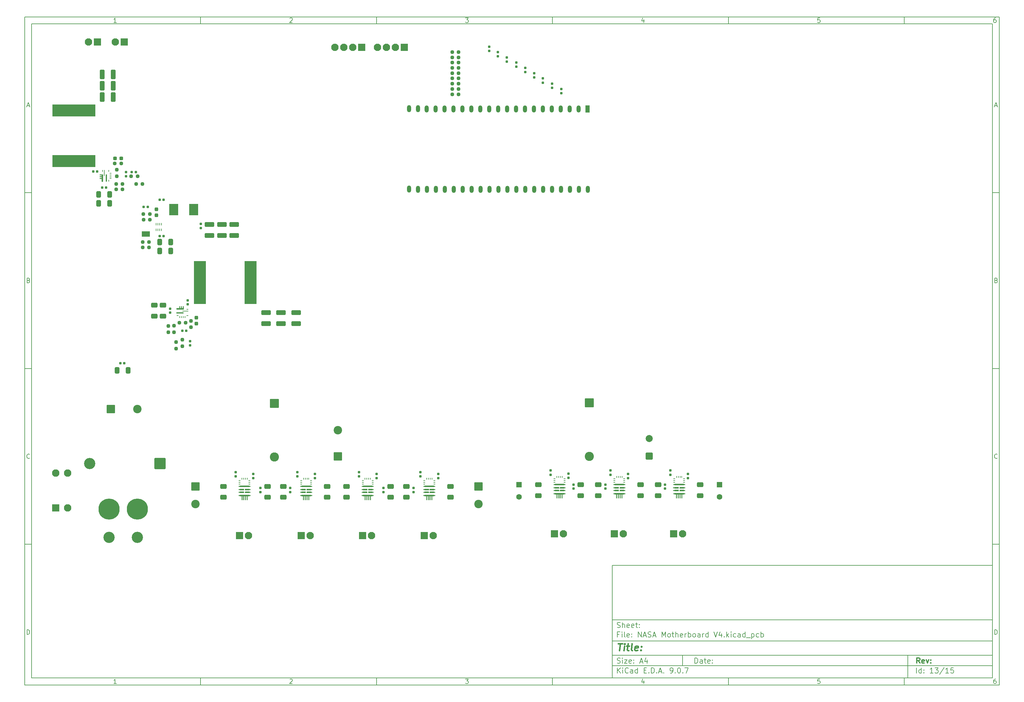
<source format=gbr>
%TF.GenerationSoftware,KiCad,Pcbnew,9.0.7*%
%TF.CreationDate,2026-02-04T11:21:36-05:00*%
%TF.ProjectId,NASA Motherboard V4,4e415341-204d-46f7-9468-6572626f6172,rev?*%
%TF.SameCoordinates,Original*%
%TF.FileFunction,Soldermask,Top*%
%TF.FilePolarity,Negative*%
%FSLAX46Y46*%
G04 Gerber Fmt 4.6, Leading zero omitted, Abs format (unit mm)*
G04 Created by KiCad (PCBNEW 9.0.7) date 2026-02-04 11:21:36*
%MOMM*%
%LPD*%
G01*
G04 APERTURE LIST*
G04 Aperture macros list*
%AMRoundRect*
0 Rectangle with rounded corners*
0 $1 Rounding radius*
0 $2 $3 $4 $5 $6 $7 $8 $9 X,Y pos of 4 corners*
0 Add a 4 corners polygon primitive as box body*
4,1,4,$2,$3,$4,$5,$6,$7,$8,$9,$2,$3,0*
0 Add four circle primitives for the rounded corners*
1,1,$1+$1,$2,$3*
1,1,$1+$1,$4,$5*
1,1,$1+$1,$6,$7*
1,1,$1+$1,$8,$9*
0 Add four rect primitives between the rounded corners*
20,1,$1+$1,$2,$3,$4,$5,0*
20,1,$1+$1,$4,$5,$6,$7,0*
20,1,$1+$1,$6,$7,$8,$9,0*
20,1,$1+$1,$8,$9,$2,$3,0*%
%AMFreePoly0*
4,1,27,0.160002,0.849998,0.160002,0.124998,0.210002,0.074999,0.670001,0.074999,0.720001,0.024999,0.720001,-0.125001,0.670001,-0.175001,0.160002,-0.175001,0.160002,-0.425000,0.670001,-0.425000,0.720001,-0.475000,0.720001,-0.625000,0.670001,-0.675000,0.160002,-0.675000,0.160002,-0.925002,0.670001,-0.925002,0.720001,-0.975002,0.720001,-1.125002,0.670001,-1.175002,0.160002,-1.175002,
0.160002,-1.200000,-0.189997,-1.200000,-0.239997,-1.150000,-0.239997,0.849998,-0.189997,0.899998,0.110002,0.899998,0.160002,0.849998,0.160002,0.849998,$1*%
G04 Aperture macros list end*
%ADD10C,0.100000*%
%ADD11C,0.150000*%
%ADD12C,0.300000*%
%ADD13C,0.400000*%
%ADD14C,0.000000*%
%ADD15RoundRect,0.250001X0.949999X-0.949999X0.949999X0.949999X-0.949999X0.949999X-0.949999X-0.949999X0*%
%ADD16C,2.400000*%
%ADD17RoundRect,0.250000X-0.650000X0.412500X-0.650000X-0.412500X0.650000X-0.412500X0.650000X0.412500X0*%
%ADD18RoundRect,0.237500X0.250000X0.237500X-0.250000X0.237500X-0.250000X-0.237500X0.250000X-0.237500X0*%
%ADD19RoundRect,0.160000X-0.160000X0.197500X-0.160000X-0.197500X0.160000X-0.197500X0.160000X0.197500X0*%
%ADD20RoundRect,0.250000X-1.050000X1.050000X-1.050000X-1.050000X1.050000X-1.050000X1.050000X1.050000X0*%
%ADD21C,2.600000*%
%ADD22R,1.000000X1.500000*%
%ADD23R,2.108200X2.108200*%
%ADD24C,2.108200*%
%ADD25RoundRect,0.250000X1.350000X1.350000X-1.350000X1.350000X-1.350000X-1.350000X1.350000X-1.350000X0*%
%ADD26C,3.200000*%
%ADD27RoundRect,0.250001X0.799999X0.799999X-0.799999X0.799999X-0.799999X-0.799999X0.799999X-0.799999X0*%
%ADD28C,2.100000*%
%ADD29RoundRect,0.250000X-0.550000X0.550000X-0.550000X-0.550000X0.550000X-0.550000X0.550000X0.550000X0*%
%ADD30C,1.600000*%
%ADD31RoundRect,0.250001X-0.799999X-0.799999X0.799999X-0.799999X0.799999X0.799999X-0.799999X0.799999X0*%
%ADD32RoundRect,0.250001X-0.949999X0.949999X-0.949999X-0.949999X0.949999X-0.949999X0.949999X0.949999X0*%
%ADD33RoundRect,0.250000X-0.412500X-0.650000X0.412500X-0.650000X0.412500X0.650000X-0.412500X0.650000X0*%
%ADD34RoundRect,0.160000X0.197500X0.160000X-0.197500X0.160000X-0.197500X-0.160000X0.197500X-0.160000X0*%
%ADD35RoundRect,0.155000X0.212500X0.155000X-0.212500X0.155000X-0.212500X-0.155000X0.212500X-0.155000X0*%
%ADD36RoundRect,0.155000X-0.155000X0.212500X-0.155000X-0.212500X0.155000X-0.212500X0.155000X0.212500X0*%
%ADD37RoundRect,0.250001X-0.949999X-0.949999X0.949999X-0.949999X0.949999X0.949999X-0.949999X0.949999X0*%
%ADD38RoundRect,0.155000X-0.212500X-0.155000X0.212500X-0.155000X0.212500X0.155000X-0.212500X0.155000X0*%
%ADD39RoundRect,0.237500X-0.237500X0.250000X-0.237500X-0.250000X0.237500X-0.250000X0.237500X0.250000X0*%
%ADD40RoundRect,0.237500X0.237500X-0.250000X0.237500X0.250000X-0.237500X0.250000X-0.237500X-0.250000X0*%
%ADD41RoundRect,0.250000X-1.100000X0.412500X-1.100000X-0.412500X1.100000X-0.412500X1.100000X0.412500X0*%
%ADD42R,0.599999X0.249999*%
%ADD43R,0.249999X0.599999*%
%ADD44RoundRect,0.237500X-0.250000X-0.237500X0.250000X-0.237500X0.250000X0.237500X-0.250000X0.237500X0*%
%ADD45RoundRect,0.250000X-0.412500X-1.100000X0.412500X-1.100000X0.412500X1.100000X-0.412500X1.100000X0*%
%ADD46R,1.200000X2.000000*%
%ADD47O,1.200000X2.000000*%
%ADD48R,2.508199X3.252000*%
%ADD49R,12.192000X3.412200*%
%ADD50RoundRect,0.237500X-0.300000X-0.237500X0.300000X-0.237500X0.300000X0.237500X-0.300000X0.237500X0*%
%ADD51RoundRect,0.250000X1.100000X-0.412500X1.100000X0.412500X-1.100000X0.412500X-1.100000X-0.412500X0*%
%ADD52R,0.229400X0.706399*%
%ADD53RoundRect,0.250000X0.750000X-0.750000X0.750000X0.750000X-0.750000X0.750000X-0.750000X-0.750000X0*%
%ADD54C,2.000000*%
%ADD55RoundRect,0.155000X0.155000X-0.212500X0.155000X0.212500X-0.155000X0.212500X-0.155000X-0.212500X0*%
%ADD56RoundRect,0.237500X0.237500X-0.300000X0.237500X0.300000X-0.237500X0.300000X-0.237500X-0.300000X0*%
%ADD57RoundRect,0.160000X0.160000X-0.197500X0.160000X0.197500X-0.160000X0.197500X-0.160000X-0.197500X0*%
%ADD58R,1.699999X0.249999*%
%ADD59FreePoly0,90.000000*%
%ADD60R,2.100001X0.399999*%
%ADD61R,0.249999X1.699999*%
%ADD62FreePoly0,180.000000*%
%ADD63R,0.399999X2.100001*%
%ADD64RoundRect,0.237500X-0.237500X0.300000X-0.237500X-0.300000X0.237500X-0.300000X0.237500X0.300000X0*%
%ADD65R,3.412200X12.192000*%
%ADD66C,6.000000*%
G04 APERTURE END LIST*
D10*
D11*
X177002200Y-166007200D02*
X285002200Y-166007200D01*
X285002200Y-198007200D01*
X177002200Y-198007200D01*
X177002200Y-166007200D01*
D10*
D11*
X10000000Y-10000000D02*
X287002200Y-10000000D01*
X287002200Y-200007200D01*
X10000000Y-200007200D01*
X10000000Y-10000000D01*
D10*
D11*
X12000000Y-12000000D02*
X285002200Y-12000000D01*
X285002200Y-198007200D01*
X12000000Y-198007200D01*
X12000000Y-12000000D01*
D10*
D11*
X60000000Y-12000000D02*
X60000000Y-10000000D01*
D10*
D11*
X110000000Y-12000000D02*
X110000000Y-10000000D01*
D10*
D11*
X160000000Y-12000000D02*
X160000000Y-10000000D01*
D10*
D11*
X210000000Y-12000000D02*
X210000000Y-10000000D01*
D10*
D11*
X260000000Y-12000000D02*
X260000000Y-10000000D01*
D10*
D11*
X36089160Y-11593604D02*
X35346303Y-11593604D01*
X35717731Y-11593604D02*
X35717731Y-10293604D01*
X35717731Y-10293604D02*
X35593922Y-10479319D01*
X35593922Y-10479319D02*
X35470112Y-10603128D01*
X35470112Y-10603128D02*
X35346303Y-10665033D01*
D10*
D11*
X85346303Y-10417414D02*
X85408207Y-10355509D01*
X85408207Y-10355509D02*
X85532017Y-10293604D01*
X85532017Y-10293604D02*
X85841541Y-10293604D01*
X85841541Y-10293604D02*
X85965350Y-10355509D01*
X85965350Y-10355509D02*
X86027255Y-10417414D01*
X86027255Y-10417414D02*
X86089160Y-10541223D01*
X86089160Y-10541223D02*
X86089160Y-10665033D01*
X86089160Y-10665033D02*
X86027255Y-10850747D01*
X86027255Y-10850747D02*
X85284398Y-11593604D01*
X85284398Y-11593604D02*
X86089160Y-11593604D01*
D10*
D11*
X135284398Y-10293604D02*
X136089160Y-10293604D01*
X136089160Y-10293604D02*
X135655826Y-10788842D01*
X135655826Y-10788842D02*
X135841541Y-10788842D01*
X135841541Y-10788842D02*
X135965350Y-10850747D01*
X135965350Y-10850747D02*
X136027255Y-10912652D01*
X136027255Y-10912652D02*
X136089160Y-11036461D01*
X136089160Y-11036461D02*
X136089160Y-11345985D01*
X136089160Y-11345985D02*
X136027255Y-11469795D01*
X136027255Y-11469795D02*
X135965350Y-11531700D01*
X135965350Y-11531700D02*
X135841541Y-11593604D01*
X135841541Y-11593604D02*
X135470112Y-11593604D01*
X135470112Y-11593604D02*
X135346303Y-11531700D01*
X135346303Y-11531700D02*
X135284398Y-11469795D01*
D10*
D11*
X185965350Y-10726938D02*
X185965350Y-11593604D01*
X185655826Y-10231700D02*
X185346303Y-11160271D01*
X185346303Y-11160271D02*
X186151064Y-11160271D01*
D10*
D11*
X236027255Y-10293604D02*
X235408207Y-10293604D01*
X235408207Y-10293604D02*
X235346303Y-10912652D01*
X235346303Y-10912652D02*
X235408207Y-10850747D01*
X235408207Y-10850747D02*
X235532017Y-10788842D01*
X235532017Y-10788842D02*
X235841541Y-10788842D01*
X235841541Y-10788842D02*
X235965350Y-10850747D01*
X235965350Y-10850747D02*
X236027255Y-10912652D01*
X236027255Y-10912652D02*
X236089160Y-11036461D01*
X236089160Y-11036461D02*
X236089160Y-11345985D01*
X236089160Y-11345985D02*
X236027255Y-11469795D01*
X236027255Y-11469795D02*
X235965350Y-11531700D01*
X235965350Y-11531700D02*
X235841541Y-11593604D01*
X235841541Y-11593604D02*
X235532017Y-11593604D01*
X235532017Y-11593604D02*
X235408207Y-11531700D01*
X235408207Y-11531700D02*
X235346303Y-11469795D01*
D10*
D11*
X285965350Y-10293604D02*
X285717731Y-10293604D01*
X285717731Y-10293604D02*
X285593922Y-10355509D01*
X285593922Y-10355509D02*
X285532017Y-10417414D01*
X285532017Y-10417414D02*
X285408207Y-10603128D01*
X285408207Y-10603128D02*
X285346303Y-10850747D01*
X285346303Y-10850747D02*
X285346303Y-11345985D01*
X285346303Y-11345985D02*
X285408207Y-11469795D01*
X285408207Y-11469795D02*
X285470112Y-11531700D01*
X285470112Y-11531700D02*
X285593922Y-11593604D01*
X285593922Y-11593604D02*
X285841541Y-11593604D01*
X285841541Y-11593604D02*
X285965350Y-11531700D01*
X285965350Y-11531700D02*
X286027255Y-11469795D01*
X286027255Y-11469795D02*
X286089160Y-11345985D01*
X286089160Y-11345985D02*
X286089160Y-11036461D01*
X286089160Y-11036461D02*
X286027255Y-10912652D01*
X286027255Y-10912652D02*
X285965350Y-10850747D01*
X285965350Y-10850747D02*
X285841541Y-10788842D01*
X285841541Y-10788842D02*
X285593922Y-10788842D01*
X285593922Y-10788842D02*
X285470112Y-10850747D01*
X285470112Y-10850747D02*
X285408207Y-10912652D01*
X285408207Y-10912652D02*
X285346303Y-11036461D01*
D10*
D11*
X60000000Y-198007200D02*
X60000000Y-200007200D01*
D10*
D11*
X110000000Y-198007200D02*
X110000000Y-200007200D01*
D10*
D11*
X160000000Y-198007200D02*
X160000000Y-200007200D01*
D10*
D11*
X210000000Y-198007200D02*
X210000000Y-200007200D01*
D10*
D11*
X260000000Y-198007200D02*
X260000000Y-200007200D01*
D10*
D11*
X36089160Y-199600804D02*
X35346303Y-199600804D01*
X35717731Y-199600804D02*
X35717731Y-198300804D01*
X35717731Y-198300804D02*
X35593922Y-198486519D01*
X35593922Y-198486519D02*
X35470112Y-198610328D01*
X35470112Y-198610328D02*
X35346303Y-198672233D01*
D10*
D11*
X85346303Y-198424614D02*
X85408207Y-198362709D01*
X85408207Y-198362709D02*
X85532017Y-198300804D01*
X85532017Y-198300804D02*
X85841541Y-198300804D01*
X85841541Y-198300804D02*
X85965350Y-198362709D01*
X85965350Y-198362709D02*
X86027255Y-198424614D01*
X86027255Y-198424614D02*
X86089160Y-198548423D01*
X86089160Y-198548423D02*
X86089160Y-198672233D01*
X86089160Y-198672233D02*
X86027255Y-198857947D01*
X86027255Y-198857947D02*
X85284398Y-199600804D01*
X85284398Y-199600804D02*
X86089160Y-199600804D01*
D10*
D11*
X135284398Y-198300804D02*
X136089160Y-198300804D01*
X136089160Y-198300804D02*
X135655826Y-198796042D01*
X135655826Y-198796042D02*
X135841541Y-198796042D01*
X135841541Y-198796042D02*
X135965350Y-198857947D01*
X135965350Y-198857947D02*
X136027255Y-198919852D01*
X136027255Y-198919852D02*
X136089160Y-199043661D01*
X136089160Y-199043661D02*
X136089160Y-199353185D01*
X136089160Y-199353185D02*
X136027255Y-199476995D01*
X136027255Y-199476995D02*
X135965350Y-199538900D01*
X135965350Y-199538900D02*
X135841541Y-199600804D01*
X135841541Y-199600804D02*
X135470112Y-199600804D01*
X135470112Y-199600804D02*
X135346303Y-199538900D01*
X135346303Y-199538900D02*
X135284398Y-199476995D01*
D10*
D11*
X185965350Y-198734138D02*
X185965350Y-199600804D01*
X185655826Y-198238900D02*
X185346303Y-199167471D01*
X185346303Y-199167471D02*
X186151064Y-199167471D01*
D10*
D11*
X236027255Y-198300804D02*
X235408207Y-198300804D01*
X235408207Y-198300804D02*
X235346303Y-198919852D01*
X235346303Y-198919852D02*
X235408207Y-198857947D01*
X235408207Y-198857947D02*
X235532017Y-198796042D01*
X235532017Y-198796042D02*
X235841541Y-198796042D01*
X235841541Y-198796042D02*
X235965350Y-198857947D01*
X235965350Y-198857947D02*
X236027255Y-198919852D01*
X236027255Y-198919852D02*
X236089160Y-199043661D01*
X236089160Y-199043661D02*
X236089160Y-199353185D01*
X236089160Y-199353185D02*
X236027255Y-199476995D01*
X236027255Y-199476995D02*
X235965350Y-199538900D01*
X235965350Y-199538900D02*
X235841541Y-199600804D01*
X235841541Y-199600804D02*
X235532017Y-199600804D01*
X235532017Y-199600804D02*
X235408207Y-199538900D01*
X235408207Y-199538900D02*
X235346303Y-199476995D01*
D10*
D11*
X285965350Y-198300804D02*
X285717731Y-198300804D01*
X285717731Y-198300804D02*
X285593922Y-198362709D01*
X285593922Y-198362709D02*
X285532017Y-198424614D01*
X285532017Y-198424614D02*
X285408207Y-198610328D01*
X285408207Y-198610328D02*
X285346303Y-198857947D01*
X285346303Y-198857947D02*
X285346303Y-199353185D01*
X285346303Y-199353185D02*
X285408207Y-199476995D01*
X285408207Y-199476995D02*
X285470112Y-199538900D01*
X285470112Y-199538900D02*
X285593922Y-199600804D01*
X285593922Y-199600804D02*
X285841541Y-199600804D01*
X285841541Y-199600804D02*
X285965350Y-199538900D01*
X285965350Y-199538900D02*
X286027255Y-199476995D01*
X286027255Y-199476995D02*
X286089160Y-199353185D01*
X286089160Y-199353185D02*
X286089160Y-199043661D01*
X286089160Y-199043661D02*
X286027255Y-198919852D01*
X286027255Y-198919852D02*
X285965350Y-198857947D01*
X285965350Y-198857947D02*
X285841541Y-198796042D01*
X285841541Y-198796042D02*
X285593922Y-198796042D01*
X285593922Y-198796042D02*
X285470112Y-198857947D01*
X285470112Y-198857947D02*
X285408207Y-198919852D01*
X285408207Y-198919852D02*
X285346303Y-199043661D01*
D10*
D11*
X10000000Y-60000000D02*
X12000000Y-60000000D01*
D10*
D11*
X10000000Y-110000000D02*
X12000000Y-110000000D01*
D10*
D11*
X10000000Y-160000000D02*
X12000000Y-160000000D01*
D10*
D11*
X10690476Y-35222176D02*
X11309523Y-35222176D01*
X10566666Y-35593604D02*
X10999999Y-34293604D01*
X10999999Y-34293604D02*
X11433333Y-35593604D01*
D10*
D11*
X11092857Y-84912652D02*
X11278571Y-84974557D01*
X11278571Y-84974557D02*
X11340476Y-85036461D01*
X11340476Y-85036461D02*
X11402380Y-85160271D01*
X11402380Y-85160271D02*
X11402380Y-85345985D01*
X11402380Y-85345985D02*
X11340476Y-85469795D01*
X11340476Y-85469795D02*
X11278571Y-85531700D01*
X11278571Y-85531700D02*
X11154761Y-85593604D01*
X11154761Y-85593604D02*
X10659523Y-85593604D01*
X10659523Y-85593604D02*
X10659523Y-84293604D01*
X10659523Y-84293604D02*
X11092857Y-84293604D01*
X11092857Y-84293604D02*
X11216666Y-84355509D01*
X11216666Y-84355509D02*
X11278571Y-84417414D01*
X11278571Y-84417414D02*
X11340476Y-84541223D01*
X11340476Y-84541223D02*
X11340476Y-84665033D01*
X11340476Y-84665033D02*
X11278571Y-84788842D01*
X11278571Y-84788842D02*
X11216666Y-84850747D01*
X11216666Y-84850747D02*
X11092857Y-84912652D01*
X11092857Y-84912652D02*
X10659523Y-84912652D01*
D10*
D11*
X11402380Y-135469795D02*
X11340476Y-135531700D01*
X11340476Y-135531700D02*
X11154761Y-135593604D01*
X11154761Y-135593604D02*
X11030952Y-135593604D01*
X11030952Y-135593604D02*
X10845238Y-135531700D01*
X10845238Y-135531700D02*
X10721428Y-135407890D01*
X10721428Y-135407890D02*
X10659523Y-135284080D01*
X10659523Y-135284080D02*
X10597619Y-135036461D01*
X10597619Y-135036461D02*
X10597619Y-134850747D01*
X10597619Y-134850747D02*
X10659523Y-134603128D01*
X10659523Y-134603128D02*
X10721428Y-134479319D01*
X10721428Y-134479319D02*
X10845238Y-134355509D01*
X10845238Y-134355509D02*
X11030952Y-134293604D01*
X11030952Y-134293604D02*
X11154761Y-134293604D01*
X11154761Y-134293604D02*
X11340476Y-134355509D01*
X11340476Y-134355509D02*
X11402380Y-134417414D01*
D10*
D11*
X10659523Y-185593604D02*
X10659523Y-184293604D01*
X10659523Y-184293604D02*
X10969047Y-184293604D01*
X10969047Y-184293604D02*
X11154761Y-184355509D01*
X11154761Y-184355509D02*
X11278571Y-184479319D01*
X11278571Y-184479319D02*
X11340476Y-184603128D01*
X11340476Y-184603128D02*
X11402380Y-184850747D01*
X11402380Y-184850747D02*
X11402380Y-185036461D01*
X11402380Y-185036461D02*
X11340476Y-185284080D01*
X11340476Y-185284080D02*
X11278571Y-185407890D01*
X11278571Y-185407890D02*
X11154761Y-185531700D01*
X11154761Y-185531700D02*
X10969047Y-185593604D01*
X10969047Y-185593604D02*
X10659523Y-185593604D01*
D10*
D11*
X287002200Y-60000000D02*
X285002200Y-60000000D01*
D10*
D11*
X287002200Y-110000000D02*
X285002200Y-110000000D01*
D10*
D11*
X287002200Y-160000000D02*
X285002200Y-160000000D01*
D10*
D11*
X285692676Y-35222176D02*
X286311723Y-35222176D01*
X285568866Y-35593604D02*
X286002199Y-34293604D01*
X286002199Y-34293604D02*
X286435533Y-35593604D01*
D10*
D11*
X286095057Y-84912652D02*
X286280771Y-84974557D01*
X286280771Y-84974557D02*
X286342676Y-85036461D01*
X286342676Y-85036461D02*
X286404580Y-85160271D01*
X286404580Y-85160271D02*
X286404580Y-85345985D01*
X286404580Y-85345985D02*
X286342676Y-85469795D01*
X286342676Y-85469795D02*
X286280771Y-85531700D01*
X286280771Y-85531700D02*
X286156961Y-85593604D01*
X286156961Y-85593604D02*
X285661723Y-85593604D01*
X285661723Y-85593604D02*
X285661723Y-84293604D01*
X285661723Y-84293604D02*
X286095057Y-84293604D01*
X286095057Y-84293604D02*
X286218866Y-84355509D01*
X286218866Y-84355509D02*
X286280771Y-84417414D01*
X286280771Y-84417414D02*
X286342676Y-84541223D01*
X286342676Y-84541223D02*
X286342676Y-84665033D01*
X286342676Y-84665033D02*
X286280771Y-84788842D01*
X286280771Y-84788842D02*
X286218866Y-84850747D01*
X286218866Y-84850747D02*
X286095057Y-84912652D01*
X286095057Y-84912652D02*
X285661723Y-84912652D01*
D10*
D11*
X286404580Y-135469795D02*
X286342676Y-135531700D01*
X286342676Y-135531700D02*
X286156961Y-135593604D01*
X286156961Y-135593604D02*
X286033152Y-135593604D01*
X286033152Y-135593604D02*
X285847438Y-135531700D01*
X285847438Y-135531700D02*
X285723628Y-135407890D01*
X285723628Y-135407890D02*
X285661723Y-135284080D01*
X285661723Y-135284080D02*
X285599819Y-135036461D01*
X285599819Y-135036461D02*
X285599819Y-134850747D01*
X285599819Y-134850747D02*
X285661723Y-134603128D01*
X285661723Y-134603128D02*
X285723628Y-134479319D01*
X285723628Y-134479319D02*
X285847438Y-134355509D01*
X285847438Y-134355509D02*
X286033152Y-134293604D01*
X286033152Y-134293604D02*
X286156961Y-134293604D01*
X286156961Y-134293604D02*
X286342676Y-134355509D01*
X286342676Y-134355509D02*
X286404580Y-134417414D01*
D10*
D11*
X285661723Y-185593604D02*
X285661723Y-184293604D01*
X285661723Y-184293604D02*
X285971247Y-184293604D01*
X285971247Y-184293604D02*
X286156961Y-184355509D01*
X286156961Y-184355509D02*
X286280771Y-184479319D01*
X286280771Y-184479319D02*
X286342676Y-184603128D01*
X286342676Y-184603128D02*
X286404580Y-184850747D01*
X286404580Y-184850747D02*
X286404580Y-185036461D01*
X286404580Y-185036461D02*
X286342676Y-185284080D01*
X286342676Y-185284080D02*
X286280771Y-185407890D01*
X286280771Y-185407890D02*
X286156961Y-185531700D01*
X286156961Y-185531700D02*
X285971247Y-185593604D01*
X285971247Y-185593604D02*
X285661723Y-185593604D01*
D10*
D11*
X200458026Y-193793328D02*
X200458026Y-192293328D01*
X200458026Y-192293328D02*
X200815169Y-192293328D01*
X200815169Y-192293328D02*
X201029455Y-192364757D01*
X201029455Y-192364757D02*
X201172312Y-192507614D01*
X201172312Y-192507614D02*
X201243741Y-192650471D01*
X201243741Y-192650471D02*
X201315169Y-192936185D01*
X201315169Y-192936185D02*
X201315169Y-193150471D01*
X201315169Y-193150471D02*
X201243741Y-193436185D01*
X201243741Y-193436185D02*
X201172312Y-193579042D01*
X201172312Y-193579042D02*
X201029455Y-193721900D01*
X201029455Y-193721900D02*
X200815169Y-193793328D01*
X200815169Y-193793328D02*
X200458026Y-193793328D01*
X202600884Y-193793328D02*
X202600884Y-193007614D01*
X202600884Y-193007614D02*
X202529455Y-192864757D01*
X202529455Y-192864757D02*
X202386598Y-192793328D01*
X202386598Y-192793328D02*
X202100884Y-192793328D01*
X202100884Y-192793328D02*
X201958026Y-192864757D01*
X202600884Y-193721900D02*
X202458026Y-193793328D01*
X202458026Y-193793328D02*
X202100884Y-193793328D01*
X202100884Y-193793328D02*
X201958026Y-193721900D01*
X201958026Y-193721900D02*
X201886598Y-193579042D01*
X201886598Y-193579042D02*
X201886598Y-193436185D01*
X201886598Y-193436185D02*
X201958026Y-193293328D01*
X201958026Y-193293328D02*
X202100884Y-193221900D01*
X202100884Y-193221900D02*
X202458026Y-193221900D01*
X202458026Y-193221900D02*
X202600884Y-193150471D01*
X203100884Y-192793328D02*
X203672312Y-192793328D01*
X203315169Y-192293328D02*
X203315169Y-193579042D01*
X203315169Y-193579042D02*
X203386598Y-193721900D01*
X203386598Y-193721900D02*
X203529455Y-193793328D01*
X203529455Y-193793328D02*
X203672312Y-193793328D01*
X204743741Y-193721900D02*
X204600884Y-193793328D01*
X204600884Y-193793328D02*
X204315170Y-193793328D01*
X204315170Y-193793328D02*
X204172312Y-193721900D01*
X204172312Y-193721900D02*
X204100884Y-193579042D01*
X204100884Y-193579042D02*
X204100884Y-193007614D01*
X204100884Y-193007614D02*
X204172312Y-192864757D01*
X204172312Y-192864757D02*
X204315170Y-192793328D01*
X204315170Y-192793328D02*
X204600884Y-192793328D01*
X204600884Y-192793328D02*
X204743741Y-192864757D01*
X204743741Y-192864757D02*
X204815170Y-193007614D01*
X204815170Y-193007614D02*
X204815170Y-193150471D01*
X204815170Y-193150471D02*
X204100884Y-193293328D01*
X205458026Y-193650471D02*
X205529455Y-193721900D01*
X205529455Y-193721900D02*
X205458026Y-193793328D01*
X205458026Y-193793328D02*
X205386598Y-193721900D01*
X205386598Y-193721900D02*
X205458026Y-193650471D01*
X205458026Y-193650471D02*
X205458026Y-193793328D01*
X205458026Y-192864757D02*
X205529455Y-192936185D01*
X205529455Y-192936185D02*
X205458026Y-193007614D01*
X205458026Y-193007614D02*
X205386598Y-192936185D01*
X205386598Y-192936185D02*
X205458026Y-192864757D01*
X205458026Y-192864757D02*
X205458026Y-193007614D01*
D10*
D11*
X177002200Y-194507200D02*
X285002200Y-194507200D01*
D10*
D11*
X178458026Y-196593328D02*
X178458026Y-195093328D01*
X179315169Y-196593328D02*
X178672312Y-195736185D01*
X179315169Y-195093328D02*
X178458026Y-195950471D01*
X179958026Y-196593328D02*
X179958026Y-195593328D01*
X179958026Y-195093328D02*
X179886598Y-195164757D01*
X179886598Y-195164757D02*
X179958026Y-195236185D01*
X179958026Y-195236185D02*
X180029455Y-195164757D01*
X180029455Y-195164757D02*
X179958026Y-195093328D01*
X179958026Y-195093328D02*
X179958026Y-195236185D01*
X181529455Y-196450471D02*
X181458027Y-196521900D01*
X181458027Y-196521900D02*
X181243741Y-196593328D01*
X181243741Y-196593328D02*
X181100884Y-196593328D01*
X181100884Y-196593328D02*
X180886598Y-196521900D01*
X180886598Y-196521900D02*
X180743741Y-196379042D01*
X180743741Y-196379042D02*
X180672312Y-196236185D01*
X180672312Y-196236185D02*
X180600884Y-195950471D01*
X180600884Y-195950471D02*
X180600884Y-195736185D01*
X180600884Y-195736185D02*
X180672312Y-195450471D01*
X180672312Y-195450471D02*
X180743741Y-195307614D01*
X180743741Y-195307614D02*
X180886598Y-195164757D01*
X180886598Y-195164757D02*
X181100884Y-195093328D01*
X181100884Y-195093328D02*
X181243741Y-195093328D01*
X181243741Y-195093328D02*
X181458027Y-195164757D01*
X181458027Y-195164757D02*
X181529455Y-195236185D01*
X182815170Y-196593328D02*
X182815170Y-195807614D01*
X182815170Y-195807614D02*
X182743741Y-195664757D01*
X182743741Y-195664757D02*
X182600884Y-195593328D01*
X182600884Y-195593328D02*
X182315170Y-195593328D01*
X182315170Y-195593328D02*
X182172312Y-195664757D01*
X182815170Y-196521900D02*
X182672312Y-196593328D01*
X182672312Y-196593328D02*
X182315170Y-196593328D01*
X182315170Y-196593328D02*
X182172312Y-196521900D01*
X182172312Y-196521900D02*
X182100884Y-196379042D01*
X182100884Y-196379042D02*
X182100884Y-196236185D01*
X182100884Y-196236185D02*
X182172312Y-196093328D01*
X182172312Y-196093328D02*
X182315170Y-196021900D01*
X182315170Y-196021900D02*
X182672312Y-196021900D01*
X182672312Y-196021900D02*
X182815170Y-195950471D01*
X184172313Y-196593328D02*
X184172313Y-195093328D01*
X184172313Y-196521900D02*
X184029455Y-196593328D01*
X184029455Y-196593328D02*
X183743741Y-196593328D01*
X183743741Y-196593328D02*
X183600884Y-196521900D01*
X183600884Y-196521900D02*
X183529455Y-196450471D01*
X183529455Y-196450471D02*
X183458027Y-196307614D01*
X183458027Y-196307614D02*
X183458027Y-195879042D01*
X183458027Y-195879042D02*
X183529455Y-195736185D01*
X183529455Y-195736185D02*
X183600884Y-195664757D01*
X183600884Y-195664757D02*
X183743741Y-195593328D01*
X183743741Y-195593328D02*
X184029455Y-195593328D01*
X184029455Y-195593328D02*
X184172313Y-195664757D01*
X186029455Y-195807614D02*
X186529455Y-195807614D01*
X186743741Y-196593328D02*
X186029455Y-196593328D01*
X186029455Y-196593328D02*
X186029455Y-195093328D01*
X186029455Y-195093328D02*
X186743741Y-195093328D01*
X187386598Y-196450471D02*
X187458027Y-196521900D01*
X187458027Y-196521900D02*
X187386598Y-196593328D01*
X187386598Y-196593328D02*
X187315170Y-196521900D01*
X187315170Y-196521900D02*
X187386598Y-196450471D01*
X187386598Y-196450471D02*
X187386598Y-196593328D01*
X188100884Y-196593328D02*
X188100884Y-195093328D01*
X188100884Y-195093328D02*
X188458027Y-195093328D01*
X188458027Y-195093328D02*
X188672313Y-195164757D01*
X188672313Y-195164757D02*
X188815170Y-195307614D01*
X188815170Y-195307614D02*
X188886599Y-195450471D01*
X188886599Y-195450471D02*
X188958027Y-195736185D01*
X188958027Y-195736185D02*
X188958027Y-195950471D01*
X188958027Y-195950471D02*
X188886599Y-196236185D01*
X188886599Y-196236185D02*
X188815170Y-196379042D01*
X188815170Y-196379042D02*
X188672313Y-196521900D01*
X188672313Y-196521900D02*
X188458027Y-196593328D01*
X188458027Y-196593328D02*
X188100884Y-196593328D01*
X189600884Y-196450471D02*
X189672313Y-196521900D01*
X189672313Y-196521900D02*
X189600884Y-196593328D01*
X189600884Y-196593328D02*
X189529456Y-196521900D01*
X189529456Y-196521900D02*
X189600884Y-196450471D01*
X189600884Y-196450471D02*
X189600884Y-196593328D01*
X190243742Y-196164757D02*
X190958028Y-196164757D01*
X190100885Y-196593328D02*
X190600885Y-195093328D01*
X190600885Y-195093328D02*
X191100885Y-196593328D01*
X191600884Y-196450471D02*
X191672313Y-196521900D01*
X191672313Y-196521900D02*
X191600884Y-196593328D01*
X191600884Y-196593328D02*
X191529456Y-196521900D01*
X191529456Y-196521900D02*
X191600884Y-196450471D01*
X191600884Y-196450471D02*
X191600884Y-196593328D01*
X193529456Y-196593328D02*
X193815170Y-196593328D01*
X193815170Y-196593328D02*
X193958027Y-196521900D01*
X193958027Y-196521900D02*
X194029456Y-196450471D01*
X194029456Y-196450471D02*
X194172313Y-196236185D01*
X194172313Y-196236185D02*
X194243742Y-195950471D01*
X194243742Y-195950471D02*
X194243742Y-195379042D01*
X194243742Y-195379042D02*
X194172313Y-195236185D01*
X194172313Y-195236185D02*
X194100885Y-195164757D01*
X194100885Y-195164757D02*
X193958027Y-195093328D01*
X193958027Y-195093328D02*
X193672313Y-195093328D01*
X193672313Y-195093328D02*
X193529456Y-195164757D01*
X193529456Y-195164757D02*
X193458027Y-195236185D01*
X193458027Y-195236185D02*
X193386599Y-195379042D01*
X193386599Y-195379042D02*
X193386599Y-195736185D01*
X193386599Y-195736185D02*
X193458027Y-195879042D01*
X193458027Y-195879042D02*
X193529456Y-195950471D01*
X193529456Y-195950471D02*
X193672313Y-196021900D01*
X193672313Y-196021900D02*
X193958027Y-196021900D01*
X193958027Y-196021900D02*
X194100885Y-195950471D01*
X194100885Y-195950471D02*
X194172313Y-195879042D01*
X194172313Y-195879042D02*
X194243742Y-195736185D01*
X194886598Y-196450471D02*
X194958027Y-196521900D01*
X194958027Y-196521900D02*
X194886598Y-196593328D01*
X194886598Y-196593328D02*
X194815170Y-196521900D01*
X194815170Y-196521900D02*
X194886598Y-196450471D01*
X194886598Y-196450471D02*
X194886598Y-196593328D01*
X195886599Y-195093328D02*
X196029456Y-195093328D01*
X196029456Y-195093328D02*
X196172313Y-195164757D01*
X196172313Y-195164757D02*
X196243742Y-195236185D01*
X196243742Y-195236185D02*
X196315170Y-195379042D01*
X196315170Y-195379042D02*
X196386599Y-195664757D01*
X196386599Y-195664757D02*
X196386599Y-196021900D01*
X196386599Y-196021900D02*
X196315170Y-196307614D01*
X196315170Y-196307614D02*
X196243742Y-196450471D01*
X196243742Y-196450471D02*
X196172313Y-196521900D01*
X196172313Y-196521900D02*
X196029456Y-196593328D01*
X196029456Y-196593328D02*
X195886599Y-196593328D01*
X195886599Y-196593328D02*
X195743742Y-196521900D01*
X195743742Y-196521900D02*
X195672313Y-196450471D01*
X195672313Y-196450471D02*
X195600884Y-196307614D01*
X195600884Y-196307614D02*
X195529456Y-196021900D01*
X195529456Y-196021900D02*
X195529456Y-195664757D01*
X195529456Y-195664757D02*
X195600884Y-195379042D01*
X195600884Y-195379042D02*
X195672313Y-195236185D01*
X195672313Y-195236185D02*
X195743742Y-195164757D01*
X195743742Y-195164757D02*
X195886599Y-195093328D01*
X197029455Y-196450471D02*
X197100884Y-196521900D01*
X197100884Y-196521900D02*
X197029455Y-196593328D01*
X197029455Y-196593328D02*
X196958027Y-196521900D01*
X196958027Y-196521900D02*
X197029455Y-196450471D01*
X197029455Y-196450471D02*
X197029455Y-196593328D01*
X197600884Y-195093328D02*
X198600884Y-195093328D01*
X198600884Y-195093328D02*
X197958027Y-196593328D01*
D10*
D11*
X177002200Y-191507200D02*
X285002200Y-191507200D01*
D10*
D12*
X264413853Y-193785528D02*
X263913853Y-193071242D01*
X263556710Y-193785528D02*
X263556710Y-192285528D01*
X263556710Y-192285528D02*
X264128139Y-192285528D01*
X264128139Y-192285528D02*
X264270996Y-192356957D01*
X264270996Y-192356957D02*
X264342425Y-192428385D01*
X264342425Y-192428385D02*
X264413853Y-192571242D01*
X264413853Y-192571242D02*
X264413853Y-192785528D01*
X264413853Y-192785528D02*
X264342425Y-192928385D01*
X264342425Y-192928385D02*
X264270996Y-192999814D01*
X264270996Y-192999814D02*
X264128139Y-193071242D01*
X264128139Y-193071242D02*
X263556710Y-193071242D01*
X265628139Y-193714100D02*
X265485282Y-193785528D01*
X265485282Y-193785528D02*
X265199568Y-193785528D01*
X265199568Y-193785528D02*
X265056710Y-193714100D01*
X265056710Y-193714100D02*
X264985282Y-193571242D01*
X264985282Y-193571242D02*
X264985282Y-192999814D01*
X264985282Y-192999814D02*
X265056710Y-192856957D01*
X265056710Y-192856957D02*
X265199568Y-192785528D01*
X265199568Y-192785528D02*
X265485282Y-192785528D01*
X265485282Y-192785528D02*
X265628139Y-192856957D01*
X265628139Y-192856957D02*
X265699568Y-192999814D01*
X265699568Y-192999814D02*
X265699568Y-193142671D01*
X265699568Y-193142671D02*
X264985282Y-193285528D01*
X266199567Y-192785528D02*
X266556710Y-193785528D01*
X266556710Y-193785528D02*
X266913853Y-192785528D01*
X267485281Y-193642671D02*
X267556710Y-193714100D01*
X267556710Y-193714100D02*
X267485281Y-193785528D01*
X267485281Y-193785528D02*
X267413853Y-193714100D01*
X267413853Y-193714100D02*
X267485281Y-193642671D01*
X267485281Y-193642671D02*
X267485281Y-193785528D01*
X267485281Y-192856957D02*
X267556710Y-192928385D01*
X267556710Y-192928385D02*
X267485281Y-192999814D01*
X267485281Y-192999814D02*
X267413853Y-192928385D01*
X267413853Y-192928385D02*
X267485281Y-192856957D01*
X267485281Y-192856957D02*
X267485281Y-192999814D01*
D10*
D11*
X178386598Y-193721900D02*
X178600884Y-193793328D01*
X178600884Y-193793328D02*
X178958026Y-193793328D01*
X178958026Y-193793328D02*
X179100884Y-193721900D01*
X179100884Y-193721900D02*
X179172312Y-193650471D01*
X179172312Y-193650471D02*
X179243741Y-193507614D01*
X179243741Y-193507614D02*
X179243741Y-193364757D01*
X179243741Y-193364757D02*
X179172312Y-193221900D01*
X179172312Y-193221900D02*
X179100884Y-193150471D01*
X179100884Y-193150471D02*
X178958026Y-193079042D01*
X178958026Y-193079042D02*
X178672312Y-193007614D01*
X178672312Y-193007614D02*
X178529455Y-192936185D01*
X178529455Y-192936185D02*
X178458026Y-192864757D01*
X178458026Y-192864757D02*
X178386598Y-192721900D01*
X178386598Y-192721900D02*
X178386598Y-192579042D01*
X178386598Y-192579042D02*
X178458026Y-192436185D01*
X178458026Y-192436185D02*
X178529455Y-192364757D01*
X178529455Y-192364757D02*
X178672312Y-192293328D01*
X178672312Y-192293328D02*
X179029455Y-192293328D01*
X179029455Y-192293328D02*
X179243741Y-192364757D01*
X179886597Y-193793328D02*
X179886597Y-192793328D01*
X179886597Y-192293328D02*
X179815169Y-192364757D01*
X179815169Y-192364757D02*
X179886597Y-192436185D01*
X179886597Y-192436185D02*
X179958026Y-192364757D01*
X179958026Y-192364757D02*
X179886597Y-192293328D01*
X179886597Y-192293328D02*
X179886597Y-192436185D01*
X180458026Y-192793328D02*
X181243741Y-192793328D01*
X181243741Y-192793328D02*
X180458026Y-193793328D01*
X180458026Y-193793328D02*
X181243741Y-193793328D01*
X182386598Y-193721900D02*
X182243741Y-193793328D01*
X182243741Y-193793328D02*
X181958027Y-193793328D01*
X181958027Y-193793328D02*
X181815169Y-193721900D01*
X181815169Y-193721900D02*
X181743741Y-193579042D01*
X181743741Y-193579042D02*
X181743741Y-193007614D01*
X181743741Y-193007614D02*
X181815169Y-192864757D01*
X181815169Y-192864757D02*
X181958027Y-192793328D01*
X181958027Y-192793328D02*
X182243741Y-192793328D01*
X182243741Y-192793328D02*
X182386598Y-192864757D01*
X182386598Y-192864757D02*
X182458027Y-193007614D01*
X182458027Y-193007614D02*
X182458027Y-193150471D01*
X182458027Y-193150471D02*
X181743741Y-193293328D01*
X183100883Y-193650471D02*
X183172312Y-193721900D01*
X183172312Y-193721900D02*
X183100883Y-193793328D01*
X183100883Y-193793328D02*
X183029455Y-193721900D01*
X183029455Y-193721900D02*
X183100883Y-193650471D01*
X183100883Y-193650471D02*
X183100883Y-193793328D01*
X183100883Y-192864757D02*
X183172312Y-192936185D01*
X183172312Y-192936185D02*
X183100883Y-193007614D01*
X183100883Y-193007614D02*
X183029455Y-192936185D01*
X183029455Y-192936185D02*
X183100883Y-192864757D01*
X183100883Y-192864757D02*
X183100883Y-193007614D01*
X184886598Y-193364757D02*
X185600884Y-193364757D01*
X184743741Y-193793328D02*
X185243741Y-192293328D01*
X185243741Y-192293328D02*
X185743741Y-193793328D01*
X186886598Y-192793328D02*
X186886598Y-193793328D01*
X186529455Y-192221900D02*
X186172312Y-193293328D01*
X186172312Y-193293328D02*
X187100883Y-193293328D01*
D10*
D11*
X263458026Y-196593328D02*
X263458026Y-195093328D01*
X264815170Y-196593328D02*
X264815170Y-195093328D01*
X264815170Y-196521900D02*
X264672312Y-196593328D01*
X264672312Y-196593328D02*
X264386598Y-196593328D01*
X264386598Y-196593328D02*
X264243741Y-196521900D01*
X264243741Y-196521900D02*
X264172312Y-196450471D01*
X264172312Y-196450471D02*
X264100884Y-196307614D01*
X264100884Y-196307614D02*
X264100884Y-195879042D01*
X264100884Y-195879042D02*
X264172312Y-195736185D01*
X264172312Y-195736185D02*
X264243741Y-195664757D01*
X264243741Y-195664757D02*
X264386598Y-195593328D01*
X264386598Y-195593328D02*
X264672312Y-195593328D01*
X264672312Y-195593328D02*
X264815170Y-195664757D01*
X265529455Y-196450471D02*
X265600884Y-196521900D01*
X265600884Y-196521900D02*
X265529455Y-196593328D01*
X265529455Y-196593328D02*
X265458027Y-196521900D01*
X265458027Y-196521900D02*
X265529455Y-196450471D01*
X265529455Y-196450471D02*
X265529455Y-196593328D01*
X265529455Y-195664757D02*
X265600884Y-195736185D01*
X265600884Y-195736185D02*
X265529455Y-195807614D01*
X265529455Y-195807614D02*
X265458027Y-195736185D01*
X265458027Y-195736185D02*
X265529455Y-195664757D01*
X265529455Y-195664757D02*
X265529455Y-195807614D01*
X268172313Y-196593328D02*
X267315170Y-196593328D01*
X267743741Y-196593328D02*
X267743741Y-195093328D01*
X267743741Y-195093328D02*
X267600884Y-195307614D01*
X267600884Y-195307614D02*
X267458027Y-195450471D01*
X267458027Y-195450471D02*
X267315170Y-195521900D01*
X268672312Y-195093328D02*
X269600884Y-195093328D01*
X269600884Y-195093328D02*
X269100884Y-195664757D01*
X269100884Y-195664757D02*
X269315169Y-195664757D01*
X269315169Y-195664757D02*
X269458027Y-195736185D01*
X269458027Y-195736185D02*
X269529455Y-195807614D01*
X269529455Y-195807614D02*
X269600884Y-195950471D01*
X269600884Y-195950471D02*
X269600884Y-196307614D01*
X269600884Y-196307614D02*
X269529455Y-196450471D01*
X269529455Y-196450471D02*
X269458027Y-196521900D01*
X269458027Y-196521900D02*
X269315169Y-196593328D01*
X269315169Y-196593328D02*
X268886598Y-196593328D01*
X268886598Y-196593328D02*
X268743741Y-196521900D01*
X268743741Y-196521900D02*
X268672312Y-196450471D01*
X271315169Y-195021900D02*
X270029455Y-196950471D01*
X272600884Y-196593328D02*
X271743741Y-196593328D01*
X272172312Y-196593328D02*
X272172312Y-195093328D01*
X272172312Y-195093328D02*
X272029455Y-195307614D01*
X272029455Y-195307614D02*
X271886598Y-195450471D01*
X271886598Y-195450471D02*
X271743741Y-195521900D01*
X273958026Y-195093328D02*
X273243740Y-195093328D01*
X273243740Y-195093328D02*
X273172312Y-195807614D01*
X273172312Y-195807614D02*
X273243740Y-195736185D01*
X273243740Y-195736185D02*
X273386598Y-195664757D01*
X273386598Y-195664757D02*
X273743740Y-195664757D01*
X273743740Y-195664757D02*
X273886598Y-195736185D01*
X273886598Y-195736185D02*
X273958026Y-195807614D01*
X273958026Y-195807614D02*
X274029455Y-195950471D01*
X274029455Y-195950471D02*
X274029455Y-196307614D01*
X274029455Y-196307614D02*
X273958026Y-196450471D01*
X273958026Y-196450471D02*
X273886598Y-196521900D01*
X273886598Y-196521900D02*
X273743740Y-196593328D01*
X273743740Y-196593328D02*
X273386598Y-196593328D01*
X273386598Y-196593328D02*
X273243740Y-196521900D01*
X273243740Y-196521900D02*
X273172312Y-196450471D01*
D10*
D11*
X177002200Y-187507200D02*
X285002200Y-187507200D01*
D10*
D13*
X178693928Y-188211638D02*
X179836785Y-188211638D01*
X179015357Y-190211638D02*
X179265357Y-188211638D01*
X180253452Y-190211638D02*
X180420119Y-188878304D01*
X180503452Y-188211638D02*
X180396309Y-188306876D01*
X180396309Y-188306876D02*
X180479643Y-188402114D01*
X180479643Y-188402114D02*
X180586786Y-188306876D01*
X180586786Y-188306876D02*
X180503452Y-188211638D01*
X180503452Y-188211638D02*
X180479643Y-188402114D01*
X181086786Y-188878304D02*
X181848690Y-188878304D01*
X181455833Y-188211638D02*
X181241548Y-189925923D01*
X181241548Y-189925923D02*
X181312976Y-190116400D01*
X181312976Y-190116400D02*
X181491548Y-190211638D01*
X181491548Y-190211638D02*
X181682024Y-190211638D01*
X182634405Y-190211638D02*
X182455833Y-190116400D01*
X182455833Y-190116400D02*
X182384405Y-189925923D01*
X182384405Y-189925923D02*
X182598690Y-188211638D01*
X184170119Y-190116400D02*
X183967738Y-190211638D01*
X183967738Y-190211638D02*
X183586785Y-190211638D01*
X183586785Y-190211638D02*
X183408214Y-190116400D01*
X183408214Y-190116400D02*
X183336785Y-189925923D01*
X183336785Y-189925923D02*
X183432024Y-189164019D01*
X183432024Y-189164019D02*
X183551071Y-188973542D01*
X183551071Y-188973542D02*
X183753452Y-188878304D01*
X183753452Y-188878304D02*
X184134404Y-188878304D01*
X184134404Y-188878304D02*
X184312976Y-188973542D01*
X184312976Y-188973542D02*
X184384404Y-189164019D01*
X184384404Y-189164019D02*
X184360595Y-189354495D01*
X184360595Y-189354495D02*
X183384404Y-189544971D01*
X185134405Y-190021161D02*
X185217738Y-190116400D01*
X185217738Y-190116400D02*
X185110595Y-190211638D01*
X185110595Y-190211638D02*
X185027262Y-190116400D01*
X185027262Y-190116400D02*
X185134405Y-190021161D01*
X185134405Y-190021161D02*
X185110595Y-190211638D01*
X185265357Y-188973542D02*
X185348690Y-189068780D01*
X185348690Y-189068780D02*
X185241548Y-189164019D01*
X185241548Y-189164019D02*
X185158214Y-189068780D01*
X185158214Y-189068780D02*
X185265357Y-188973542D01*
X185265357Y-188973542D02*
X185241548Y-189164019D01*
D10*
D11*
X178958026Y-185607614D02*
X178458026Y-185607614D01*
X178458026Y-186393328D02*
X178458026Y-184893328D01*
X178458026Y-184893328D02*
X179172312Y-184893328D01*
X179743740Y-186393328D02*
X179743740Y-185393328D01*
X179743740Y-184893328D02*
X179672312Y-184964757D01*
X179672312Y-184964757D02*
X179743740Y-185036185D01*
X179743740Y-185036185D02*
X179815169Y-184964757D01*
X179815169Y-184964757D02*
X179743740Y-184893328D01*
X179743740Y-184893328D02*
X179743740Y-185036185D01*
X180672312Y-186393328D02*
X180529455Y-186321900D01*
X180529455Y-186321900D02*
X180458026Y-186179042D01*
X180458026Y-186179042D02*
X180458026Y-184893328D01*
X181815169Y-186321900D02*
X181672312Y-186393328D01*
X181672312Y-186393328D02*
X181386598Y-186393328D01*
X181386598Y-186393328D02*
X181243740Y-186321900D01*
X181243740Y-186321900D02*
X181172312Y-186179042D01*
X181172312Y-186179042D02*
X181172312Y-185607614D01*
X181172312Y-185607614D02*
X181243740Y-185464757D01*
X181243740Y-185464757D02*
X181386598Y-185393328D01*
X181386598Y-185393328D02*
X181672312Y-185393328D01*
X181672312Y-185393328D02*
X181815169Y-185464757D01*
X181815169Y-185464757D02*
X181886598Y-185607614D01*
X181886598Y-185607614D02*
X181886598Y-185750471D01*
X181886598Y-185750471D02*
X181172312Y-185893328D01*
X182529454Y-186250471D02*
X182600883Y-186321900D01*
X182600883Y-186321900D02*
X182529454Y-186393328D01*
X182529454Y-186393328D02*
X182458026Y-186321900D01*
X182458026Y-186321900D02*
X182529454Y-186250471D01*
X182529454Y-186250471D02*
X182529454Y-186393328D01*
X182529454Y-185464757D02*
X182600883Y-185536185D01*
X182600883Y-185536185D02*
X182529454Y-185607614D01*
X182529454Y-185607614D02*
X182458026Y-185536185D01*
X182458026Y-185536185D02*
X182529454Y-185464757D01*
X182529454Y-185464757D02*
X182529454Y-185607614D01*
X184386597Y-186393328D02*
X184386597Y-184893328D01*
X184386597Y-184893328D02*
X185243740Y-186393328D01*
X185243740Y-186393328D02*
X185243740Y-184893328D01*
X185886598Y-185964757D02*
X186600884Y-185964757D01*
X185743741Y-186393328D02*
X186243741Y-184893328D01*
X186243741Y-184893328D02*
X186743741Y-186393328D01*
X187172312Y-186321900D02*
X187386598Y-186393328D01*
X187386598Y-186393328D02*
X187743740Y-186393328D01*
X187743740Y-186393328D02*
X187886598Y-186321900D01*
X187886598Y-186321900D02*
X187958026Y-186250471D01*
X187958026Y-186250471D02*
X188029455Y-186107614D01*
X188029455Y-186107614D02*
X188029455Y-185964757D01*
X188029455Y-185964757D02*
X187958026Y-185821900D01*
X187958026Y-185821900D02*
X187886598Y-185750471D01*
X187886598Y-185750471D02*
X187743740Y-185679042D01*
X187743740Y-185679042D02*
X187458026Y-185607614D01*
X187458026Y-185607614D02*
X187315169Y-185536185D01*
X187315169Y-185536185D02*
X187243740Y-185464757D01*
X187243740Y-185464757D02*
X187172312Y-185321900D01*
X187172312Y-185321900D02*
X187172312Y-185179042D01*
X187172312Y-185179042D02*
X187243740Y-185036185D01*
X187243740Y-185036185D02*
X187315169Y-184964757D01*
X187315169Y-184964757D02*
X187458026Y-184893328D01*
X187458026Y-184893328D02*
X187815169Y-184893328D01*
X187815169Y-184893328D02*
X188029455Y-184964757D01*
X188600883Y-185964757D02*
X189315169Y-185964757D01*
X188458026Y-186393328D02*
X188958026Y-184893328D01*
X188958026Y-184893328D02*
X189458026Y-186393328D01*
X191100882Y-186393328D02*
X191100882Y-184893328D01*
X191100882Y-184893328D02*
X191600882Y-185964757D01*
X191600882Y-185964757D02*
X192100882Y-184893328D01*
X192100882Y-184893328D02*
X192100882Y-186393328D01*
X193029454Y-186393328D02*
X192886597Y-186321900D01*
X192886597Y-186321900D02*
X192815168Y-186250471D01*
X192815168Y-186250471D02*
X192743740Y-186107614D01*
X192743740Y-186107614D02*
X192743740Y-185679042D01*
X192743740Y-185679042D02*
X192815168Y-185536185D01*
X192815168Y-185536185D02*
X192886597Y-185464757D01*
X192886597Y-185464757D02*
X193029454Y-185393328D01*
X193029454Y-185393328D02*
X193243740Y-185393328D01*
X193243740Y-185393328D02*
X193386597Y-185464757D01*
X193386597Y-185464757D02*
X193458026Y-185536185D01*
X193458026Y-185536185D02*
X193529454Y-185679042D01*
X193529454Y-185679042D02*
X193529454Y-186107614D01*
X193529454Y-186107614D02*
X193458026Y-186250471D01*
X193458026Y-186250471D02*
X193386597Y-186321900D01*
X193386597Y-186321900D02*
X193243740Y-186393328D01*
X193243740Y-186393328D02*
X193029454Y-186393328D01*
X193958026Y-185393328D02*
X194529454Y-185393328D01*
X194172311Y-184893328D02*
X194172311Y-186179042D01*
X194172311Y-186179042D02*
X194243740Y-186321900D01*
X194243740Y-186321900D02*
X194386597Y-186393328D01*
X194386597Y-186393328D02*
X194529454Y-186393328D01*
X195029454Y-186393328D02*
X195029454Y-184893328D01*
X195672312Y-186393328D02*
X195672312Y-185607614D01*
X195672312Y-185607614D02*
X195600883Y-185464757D01*
X195600883Y-185464757D02*
X195458026Y-185393328D01*
X195458026Y-185393328D02*
X195243740Y-185393328D01*
X195243740Y-185393328D02*
X195100883Y-185464757D01*
X195100883Y-185464757D02*
X195029454Y-185536185D01*
X196958026Y-186321900D02*
X196815169Y-186393328D01*
X196815169Y-186393328D02*
X196529455Y-186393328D01*
X196529455Y-186393328D02*
X196386597Y-186321900D01*
X196386597Y-186321900D02*
X196315169Y-186179042D01*
X196315169Y-186179042D02*
X196315169Y-185607614D01*
X196315169Y-185607614D02*
X196386597Y-185464757D01*
X196386597Y-185464757D02*
X196529455Y-185393328D01*
X196529455Y-185393328D02*
X196815169Y-185393328D01*
X196815169Y-185393328D02*
X196958026Y-185464757D01*
X196958026Y-185464757D02*
X197029455Y-185607614D01*
X197029455Y-185607614D02*
X197029455Y-185750471D01*
X197029455Y-185750471D02*
X196315169Y-185893328D01*
X197672311Y-186393328D02*
X197672311Y-185393328D01*
X197672311Y-185679042D02*
X197743740Y-185536185D01*
X197743740Y-185536185D02*
X197815169Y-185464757D01*
X197815169Y-185464757D02*
X197958026Y-185393328D01*
X197958026Y-185393328D02*
X198100883Y-185393328D01*
X198600882Y-186393328D02*
X198600882Y-184893328D01*
X198600882Y-185464757D02*
X198743740Y-185393328D01*
X198743740Y-185393328D02*
X199029454Y-185393328D01*
X199029454Y-185393328D02*
X199172311Y-185464757D01*
X199172311Y-185464757D02*
X199243740Y-185536185D01*
X199243740Y-185536185D02*
X199315168Y-185679042D01*
X199315168Y-185679042D02*
X199315168Y-186107614D01*
X199315168Y-186107614D02*
X199243740Y-186250471D01*
X199243740Y-186250471D02*
X199172311Y-186321900D01*
X199172311Y-186321900D02*
X199029454Y-186393328D01*
X199029454Y-186393328D02*
X198743740Y-186393328D01*
X198743740Y-186393328D02*
X198600882Y-186321900D01*
X200172311Y-186393328D02*
X200029454Y-186321900D01*
X200029454Y-186321900D02*
X199958025Y-186250471D01*
X199958025Y-186250471D02*
X199886597Y-186107614D01*
X199886597Y-186107614D02*
X199886597Y-185679042D01*
X199886597Y-185679042D02*
X199958025Y-185536185D01*
X199958025Y-185536185D02*
X200029454Y-185464757D01*
X200029454Y-185464757D02*
X200172311Y-185393328D01*
X200172311Y-185393328D02*
X200386597Y-185393328D01*
X200386597Y-185393328D02*
X200529454Y-185464757D01*
X200529454Y-185464757D02*
X200600883Y-185536185D01*
X200600883Y-185536185D02*
X200672311Y-185679042D01*
X200672311Y-185679042D02*
X200672311Y-186107614D01*
X200672311Y-186107614D02*
X200600883Y-186250471D01*
X200600883Y-186250471D02*
X200529454Y-186321900D01*
X200529454Y-186321900D02*
X200386597Y-186393328D01*
X200386597Y-186393328D02*
X200172311Y-186393328D01*
X201958026Y-186393328D02*
X201958026Y-185607614D01*
X201958026Y-185607614D02*
X201886597Y-185464757D01*
X201886597Y-185464757D02*
X201743740Y-185393328D01*
X201743740Y-185393328D02*
X201458026Y-185393328D01*
X201458026Y-185393328D02*
X201315168Y-185464757D01*
X201958026Y-186321900D02*
X201815168Y-186393328D01*
X201815168Y-186393328D02*
X201458026Y-186393328D01*
X201458026Y-186393328D02*
X201315168Y-186321900D01*
X201315168Y-186321900D02*
X201243740Y-186179042D01*
X201243740Y-186179042D02*
X201243740Y-186036185D01*
X201243740Y-186036185D02*
X201315168Y-185893328D01*
X201315168Y-185893328D02*
X201458026Y-185821900D01*
X201458026Y-185821900D02*
X201815168Y-185821900D01*
X201815168Y-185821900D02*
X201958026Y-185750471D01*
X202672311Y-186393328D02*
X202672311Y-185393328D01*
X202672311Y-185679042D02*
X202743740Y-185536185D01*
X202743740Y-185536185D02*
X202815169Y-185464757D01*
X202815169Y-185464757D02*
X202958026Y-185393328D01*
X202958026Y-185393328D02*
X203100883Y-185393328D01*
X204243740Y-186393328D02*
X204243740Y-184893328D01*
X204243740Y-186321900D02*
X204100882Y-186393328D01*
X204100882Y-186393328D02*
X203815168Y-186393328D01*
X203815168Y-186393328D02*
X203672311Y-186321900D01*
X203672311Y-186321900D02*
X203600882Y-186250471D01*
X203600882Y-186250471D02*
X203529454Y-186107614D01*
X203529454Y-186107614D02*
X203529454Y-185679042D01*
X203529454Y-185679042D02*
X203600882Y-185536185D01*
X203600882Y-185536185D02*
X203672311Y-185464757D01*
X203672311Y-185464757D02*
X203815168Y-185393328D01*
X203815168Y-185393328D02*
X204100882Y-185393328D01*
X204100882Y-185393328D02*
X204243740Y-185464757D01*
X205886597Y-184893328D02*
X206386597Y-186393328D01*
X206386597Y-186393328D02*
X206886597Y-184893328D01*
X208029454Y-185393328D02*
X208029454Y-186393328D01*
X207672311Y-184821900D02*
X207315168Y-185893328D01*
X207315168Y-185893328D02*
X208243739Y-185893328D01*
X208815167Y-186250471D02*
X208886596Y-186321900D01*
X208886596Y-186321900D02*
X208815167Y-186393328D01*
X208815167Y-186393328D02*
X208743739Y-186321900D01*
X208743739Y-186321900D02*
X208815167Y-186250471D01*
X208815167Y-186250471D02*
X208815167Y-186393328D01*
X209529453Y-186393328D02*
X209529453Y-184893328D01*
X209672311Y-185821900D02*
X210100882Y-186393328D01*
X210100882Y-185393328D02*
X209529453Y-185964757D01*
X210743739Y-186393328D02*
X210743739Y-185393328D01*
X210743739Y-184893328D02*
X210672311Y-184964757D01*
X210672311Y-184964757D02*
X210743739Y-185036185D01*
X210743739Y-185036185D02*
X210815168Y-184964757D01*
X210815168Y-184964757D02*
X210743739Y-184893328D01*
X210743739Y-184893328D02*
X210743739Y-185036185D01*
X212100883Y-186321900D02*
X211958025Y-186393328D01*
X211958025Y-186393328D02*
X211672311Y-186393328D01*
X211672311Y-186393328D02*
X211529454Y-186321900D01*
X211529454Y-186321900D02*
X211458025Y-186250471D01*
X211458025Y-186250471D02*
X211386597Y-186107614D01*
X211386597Y-186107614D02*
X211386597Y-185679042D01*
X211386597Y-185679042D02*
X211458025Y-185536185D01*
X211458025Y-185536185D02*
X211529454Y-185464757D01*
X211529454Y-185464757D02*
X211672311Y-185393328D01*
X211672311Y-185393328D02*
X211958025Y-185393328D01*
X211958025Y-185393328D02*
X212100883Y-185464757D01*
X213386597Y-186393328D02*
X213386597Y-185607614D01*
X213386597Y-185607614D02*
X213315168Y-185464757D01*
X213315168Y-185464757D02*
X213172311Y-185393328D01*
X213172311Y-185393328D02*
X212886597Y-185393328D01*
X212886597Y-185393328D02*
X212743739Y-185464757D01*
X213386597Y-186321900D02*
X213243739Y-186393328D01*
X213243739Y-186393328D02*
X212886597Y-186393328D01*
X212886597Y-186393328D02*
X212743739Y-186321900D01*
X212743739Y-186321900D02*
X212672311Y-186179042D01*
X212672311Y-186179042D02*
X212672311Y-186036185D01*
X212672311Y-186036185D02*
X212743739Y-185893328D01*
X212743739Y-185893328D02*
X212886597Y-185821900D01*
X212886597Y-185821900D02*
X213243739Y-185821900D01*
X213243739Y-185821900D02*
X213386597Y-185750471D01*
X214743740Y-186393328D02*
X214743740Y-184893328D01*
X214743740Y-186321900D02*
X214600882Y-186393328D01*
X214600882Y-186393328D02*
X214315168Y-186393328D01*
X214315168Y-186393328D02*
X214172311Y-186321900D01*
X214172311Y-186321900D02*
X214100882Y-186250471D01*
X214100882Y-186250471D02*
X214029454Y-186107614D01*
X214029454Y-186107614D02*
X214029454Y-185679042D01*
X214029454Y-185679042D02*
X214100882Y-185536185D01*
X214100882Y-185536185D02*
X214172311Y-185464757D01*
X214172311Y-185464757D02*
X214315168Y-185393328D01*
X214315168Y-185393328D02*
X214600882Y-185393328D01*
X214600882Y-185393328D02*
X214743740Y-185464757D01*
X215100883Y-186536185D02*
X216243740Y-186536185D01*
X216600882Y-185393328D02*
X216600882Y-186893328D01*
X216600882Y-185464757D02*
X216743740Y-185393328D01*
X216743740Y-185393328D02*
X217029454Y-185393328D01*
X217029454Y-185393328D02*
X217172311Y-185464757D01*
X217172311Y-185464757D02*
X217243740Y-185536185D01*
X217243740Y-185536185D02*
X217315168Y-185679042D01*
X217315168Y-185679042D02*
X217315168Y-186107614D01*
X217315168Y-186107614D02*
X217243740Y-186250471D01*
X217243740Y-186250471D02*
X217172311Y-186321900D01*
X217172311Y-186321900D02*
X217029454Y-186393328D01*
X217029454Y-186393328D02*
X216743740Y-186393328D01*
X216743740Y-186393328D02*
X216600882Y-186321900D01*
X218600883Y-186321900D02*
X218458025Y-186393328D01*
X218458025Y-186393328D02*
X218172311Y-186393328D01*
X218172311Y-186393328D02*
X218029454Y-186321900D01*
X218029454Y-186321900D02*
X217958025Y-186250471D01*
X217958025Y-186250471D02*
X217886597Y-186107614D01*
X217886597Y-186107614D02*
X217886597Y-185679042D01*
X217886597Y-185679042D02*
X217958025Y-185536185D01*
X217958025Y-185536185D02*
X218029454Y-185464757D01*
X218029454Y-185464757D02*
X218172311Y-185393328D01*
X218172311Y-185393328D02*
X218458025Y-185393328D01*
X218458025Y-185393328D02*
X218600883Y-185464757D01*
X219243739Y-186393328D02*
X219243739Y-184893328D01*
X219243739Y-185464757D02*
X219386597Y-185393328D01*
X219386597Y-185393328D02*
X219672311Y-185393328D01*
X219672311Y-185393328D02*
X219815168Y-185464757D01*
X219815168Y-185464757D02*
X219886597Y-185536185D01*
X219886597Y-185536185D02*
X219958025Y-185679042D01*
X219958025Y-185679042D02*
X219958025Y-186107614D01*
X219958025Y-186107614D02*
X219886597Y-186250471D01*
X219886597Y-186250471D02*
X219815168Y-186321900D01*
X219815168Y-186321900D02*
X219672311Y-186393328D01*
X219672311Y-186393328D02*
X219386597Y-186393328D01*
X219386597Y-186393328D02*
X219243739Y-186321900D01*
D10*
D11*
X177002200Y-181507200D02*
X285002200Y-181507200D01*
D10*
D11*
X178386598Y-183621900D02*
X178600884Y-183693328D01*
X178600884Y-183693328D02*
X178958026Y-183693328D01*
X178958026Y-183693328D02*
X179100884Y-183621900D01*
X179100884Y-183621900D02*
X179172312Y-183550471D01*
X179172312Y-183550471D02*
X179243741Y-183407614D01*
X179243741Y-183407614D02*
X179243741Y-183264757D01*
X179243741Y-183264757D02*
X179172312Y-183121900D01*
X179172312Y-183121900D02*
X179100884Y-183050471D01*
X179100884Y-183050471D02*
X178958026Y-182979042D01*
X178958026Y-182979042D02*
X178672312Y-182907614D01*
X178672312Y-182907614D02*
X178529455Y-182836185D01*
X178529455Y-182836185D02*
X178458026Y-182764757D01*
X178458026Y-182764757D02*
X178386598Y-182621900D01*
X178386598Y-182621900D02*
X178386598Y-182479042D01*
X178386598Y-182479042D02*
X178458026Y-182336185D01*
X178458026Y-182336185D02*
X178529455Y-182264757D01*
X178529455Y-182264757D02*
X178672312Y-182193328D01*
X178672312Y-182193328D02*
X179029455Y-182193328D01*
X179029455Y-182193328D02*
X179243741Y-182264757D01*
X179886597Y-183693328D02*
X179886597Y-182193328D01*
X180529455Y-183693328D02*
X180529455Y-182907614D01*
X180529455Y-182907614D02*
X180458026Y-182764757D01*
X180458026Y-182764757D02*
X180315169Y-182693328D01*
X180315169Y-182693328D02*
X180100883Y-182693328D01*
X180100883Y-182693328D02*
X179958026Y-182764757D01*
X179958026Y-182764757D02*
X179886597Y-182836185D01*
X181815169Y-183621900D02*
X181672312Y-183693328D01*
X181672312Y-183693328D02*
X181386598Y-183693328D01*
X181386598Y-183693328D02*
X181243740Y-183621900D01*
X181243740Y-183621900D02*
X181172312Y-183479042D01*
X181172312Y-183479042D02*
X181172312Y-182907614D01*
X181172312Y-182907614D02*
X181243740Y-182764757D01*
X181243740Y-182764757D02*
X181386598Y-182693328D01*
X181386598Y-182693328D02*
X181672312Y-182693328D01*
X181672312Y-182693328D02*
X181815169Y-182764757D01*
X181815169Y-182764757D02*
X181886598Y-182907614D01*
X181886598Y-182907614D02*
X181886598Y-183050471D01*
X181886598Y-183050471D02*
X181172312Y-183193328D01*
X183100883Y-183621900D02*
X182958026Y-183693328D01*
X182958026Y-183693328D02*
X182672312Y-183693328D01*
X182672312Y-183693328D02*
X182529454Y-183621900D01*
X182529454Y-183621900D02*
X182458026Y-183479042D01*
X182458026Y-183479042D02*
X182458026Y-182907614D01*
X182458026Y-182907614D02*
X182529454Y-182764757D01*
X182529454Y-182764757D02*
X182672312Y-182693328D01*
X182672312Y-182693328D02*
X182958026Y-182693328D01*
X182958026Y-182693328D02*
X183100883Y-182764757D01*
X183100883Y-182764757D02*
X183172312Y-182907614D01*
X183172312Y-182907614D02*
X183172312Y-183050471D01*
X183172312Y-183050471D02*
X182458026Y-183193328D01*
X183600883Y-182693328D02*
X184172311Y-182693328D01*
X183815168Y-182193328D02*
X183815168Y-183479042D01*
X183815168Y-183479042D02*
X183886597Y-183621900D01*
X183886597Y-183621900D02*
X184029454Y-183693328D01*
X184029454Y-183693328D02*
X184172311Y-183693328D01*
X184672311Y-183550471D02*
X184743740Y-183621900D01*
X184743740Y-183621900D02*
X184672311Y-183693328D01*
X184672311Y-183693328D02*
X184600883Y-183621900D01*
X184600883Y-183621900D02*
X184672311Y-183550471D01*
X184672311Y-183550471D02*
X184672311Y-183693328D01*
X184672311Y-182764757D02*
X184743740Y-182836185D01*
X184743740Y-182836185D02*
X184672311Y-182907614D01*
X184672311Y-182907614D02*
X184600883Y-182836185D01*
X184600883Y-182836185D02*
X184672311Y-182764757D01*
X184672311Y-182764757D02*
X184672311Y-182907614D01*
D10*
D11*
X197002200Y-191507200D02*
X197002200Y-194507200D01*
D10*
D11*
X261002200Y-191507200D02*
X261002200Y-198007200D01*
%TO.C,JP201*%
G36*
X44266800Y-70995000D02*
G01*
X44566800Y-70995000D01*
X44566800Y-72495000D01*
X44266800Y-72495000D01*
X44266800Y-70995000D01*
G37*
D14*
%TO.C,U301*%
G36*
X72374501Y-144249986D02*
G01*
X72374501Y-144550000D01*
X72324501Y-144600000D01*
X71149500Y-144600000D01*
X71149500Y-144525002D01*
X70849500Y-144525002D01*
X70799500Y-144475002D01*
X70799500Y-144325002D01*
X70849500Y-144275000D01*
X71149500Y-144275002D01*
X71149500Y-144200001D01*
X72324499Y-144200001D01*
X72374501Y-144249986D01*
G37*
G36*
X72374501Y-145049984D02*
G01*
X72374501Y-145350001D01*
X72324501Y-145400001D01*
X71149500Y-145400001D01*
X71149500Y-145325000D01*
X70849500Y-145325000D01*
X70799500Y-145275000D01*
X70799500Y-145125000D01*
X70849500Y-145074998D01*
X71149500Y-145075001D01*
X71149500Y-145000002D01*
X72324501Y-144999999D01*
X72374501Y-145049984D01*
G37*
G36*
X73850500Y-144275002D02*
G01*
X74150500Y-144274997D01*
X74200500Y-144325002D01*
X74200500Y-144474999D01*
X74150500Y-144525002D01*
X73850500Y-144525002D01*
X73850500Y-144600000D01*
X72675496Y-144600000D01*
X72625499Y-144550000D01*
X72625496Y-144249983D01*
X72675501Y-144200001D01*
X73850500Y-144200001D01*
X73850500Y-144275002D01*
G37*
G36*
X73850500Y-145075001D02*
G01*
X74150500Y-145074998D01*
X74200500Y-145125000D01*
X74200500Y-145274998D01*
X74150500Y-145325000D01*
X73850500Y-145325000D01*
X73850500Y-145400001D01*
X72675496Y-145400001D01*
X72625499Y-145350001D01*
X72625496Y-145049982D01*
X72675499Y-145000002D01*
X73850500Y-145000002D01*
X73850500Y-145075001D01*
G37*
G36*
X73850000Y-143375045D02*
G01*
X74149999Y-143375045D01*
X74199999Y-143425042D01*
X74199999Y-143575044D01*
X74149999Y-143625044D01*
X73850000Y-143625044D01*
X73850000Y-143700045D01*
X71150000Y-143700045D01*
X71150000Y-143625044D01*
X70850001Y-143625044D01*
X70800001Y-143575044D01*
X70800001Y-143425044D01*
X70850001Y-143375042D01*
X71150000Y-143375045D01*
X71150000Y-143300043D01*
X73850000Y-143300043D01*
X73850000Y-143375045D01*
G37*
G36*
X73850000Y-145975001D02*
G01*
X74149999Y-145975001D01*
X74199999Y-146024999D01*
X74199999Y-146175001D01*
X74149999Y-146225001D01*
X73850000Y-146225001D01*
X73850000Y-146300002D01*
X73375000Y-146300002D01*
X73375000Y-147350000D01*
X73325000Y-147400002D01*
X73175000Y-147400000D01*
X73125000Y-147350000D01*
X73124997Y-146300002D01*
X72875001Y-146300002D01*
X72875001Y-147350000D01*
X72825001Y-147400002D01*
X72675001Y-147400000D01*
X72624998Y-147350000D01*
X72625001Y-146300002D01*
X72374999Y-146300002D01*
X72374999Y-147350000D01*
X72325002Y-147400000D01*
X72174999Y-147400002D01*
X72125002Y-147350000D01*
X72125002Y-146300002D01*
X71875000Y-146300002D01*
X71875000Y-147350000D01*
X71825000Y-147400000D01*
X71675000Y-147400000D01*
X71625000Y-147350000D01*
X71625000Y-146300002D01*
X71150000Y-146300002D01*
X71150000Y-146225001D01*
X70850001Y-146225001D01*
X70800001Y-146175001D01*
X70800001Y-146025001D01*
X70850001Y-145974999D01*
X71150000Y-145975001D01*
X71150000Y-145900000D01*
X73850000Y-145900000D01*
X73850000Y-145975001D01*
G37*
%TO.C,U304*%
G36*
X124874501Y-144249986D02*
G01*
X124874501Y-144550000D01*
X124824501Y-144600000D01*
X123649500Y-144600000D01*
X123649500Y-144525002D01*
X123349500Y-144525002D01*
X123299500Y-144475002D01*
X123299500Y-144325002D01*
X123349500Y-144275000D01*
X123649500Y-144275002D01*
X123649500Y-144200001D01*
X124824499Y-144200001D01*
X124874501Y-144249986D01*
G37*
G36*
X124874501Y-145049984D02*
G01*
X124874501Y-145350001D01*
X124824501Y-145400001D01*
X123649500Y-145400001D01*
X123649500Y-145325000D01*
X123349500Y-145325000D01*
X123299500Y-145275000D01*
X123299500Y-145125000D01*
X123349500Y-145074998D01*
X123649500Y-145075001D01*
X123649500Y-145000002D01*
X124824501Y-144999999D01*
X124874501Y-145049984D01*
G37*
G36*
X126350500Y-144275002D02*
G01*
X126650500Y-144274997D01*
X126700500Y-144325002D01*
X126700500Y-144474999D01*
X126650500Y-144525002D01*
X126350500Y-144525002D01*
X126350500Y-144600000D01*
X125175496Y-144600000D01*
X125125499Y-144550000D01*
X125125496Y-144249983D01*
X125175501Y-144200001D01*
X126350500Y-144200001D01*
X126350500Y-144275002D01*
G37*
G36*
X126350500Y-145075001D02*
G01*
X126650500Y-145074998D01*
X126700500Y-145125000D01*
X126700500Y-145274998D01*
X126650500Y-145325000D01*
X126350500Y-145325000D01*
X126350500Y-145400001D01*
X125175496Y-145400001D01*
X125125499Y-145350001D01*
X125125496Y-145049982D01*
X125175499Y-145000002D01*
X126350500Y-145000002D01*
X126350500Y-145075001D01*
G37*
G36*
X126350000Y-143375045D02*
G01*
X126649999Y-143375045D01*
X126699999Y-143425042D01*
X126699999Y-143575044D01*
X126649999Y-143625044D01*
X126350000Y-143625044D01*
X126350000Y-143700045D01*
X123650000Y-143700045D01*
X123650000Y-143625044D01*
X123350001Y-143625044D01*
X123300001Y-143575044D01*
X123300001Y-143425044D01*
X123350001Y-143375042D01*
X123650000Y-143375045D01*
X123650000Y-143300043D01*
X126350000Y-143300043D01*
X126350000Y-143375045D01*
G37*
G36*
X126350000Y-145975001D02*
G01*
X126649999Y-145975001D01*
X126699999Y-146024999D01*
X126699999Y-146175001D01*
X126649999Y-146225001D01*
X126350000Y-146225001D01*
X126350000Y-146300002D01*
X125875000Y-146300002D01*
X125875000Y-147350000D01*
X125825000Y-147400002D01*
X125675000Y-147400000D01*
X125625000Y-147350000D01*
X125624997Y-146300002D01*
X125375001Y-146300002D01*
X125375001Y-147350000D01*
X125325001Y-147400002D01*
X125175001Y-147400000D01*
X125124998Y-147350000D01*
X125125001Y-146300002D01*
X124874999Y-146300002D01*
X124874999Y-147350000D01*
X124825002Y-147400000D01*
X124674999Y-147400002D01*
X124625002Y-147350000D01*
X124625002Y-146300002D01*
X124375000Y-146300002D01*
X124375000Y-147350000D01*
X124325000Y-147400000D01*
X124175000Y-147400000D01*
X124125000Y-147350000D01*
X124125000Y-146300002D01*
X123650000Y-146300002D01*
X123650000Y-146225001D01*
X123350001Y-146225001D01*
X123300001Y-146175001D01*
X123300001Y-146025001D01*
X123350001Y-145974999D01*
X123650000Y-145975001D01*
X123650000Y-145900000D01*
X126350000Y-145900000D01*
X126350000Y-145975001D01*
G37*
%TO.C,U306*%
G36*
X178874501Y-143749986D02*
G01*
X178874501Y-144050000D01*
X178824501Y-144100000D01*
X177649500Y-144100000D01*
X177649500Y-144025002D01*
X177349500Y-144025002D01*
X177299500Y-143975002D01*
X177299500Y-143825002D01*
X177349500Y-143775000D01*
X177649500Y-143775002D01*
X177649500Y-143700001D01*
X178824499Y-143700001D01*
X178874501Y-143749986D01*
G37*
G36*
X178874501Y-144549984D02*
G01*
X178874501Y-144850001D01*
X178824501Y-144900001D01*
X177649500Y-144900001D01*
X177649500Y-144825000D01*
X177349500Y-144825000D01*
X177299500Y-144775000D01*
X177299500Y-144625000D01*
X177349500Y-144574998D01*
X177649500Y-144575001D01*
X177649500Y-144500002D01*
X178824501Y-144499999D01*
X178874501Y-144549984D01*
G37*
G36*
X180350500Y-143775002D02*
G01*
X180650500Y-143774997D01*
X180700500Y-143825002D01*
X180700500Y-143974999D01*
X180650500Y-144025002D01*
X180350500Y-144025002D01*
X180350500Y-144100000D01*
X179175496Y-144100000D01*
X179125499Y-144050000D01*
X179125496Y-143749983D01*
X179175501Y-143700001D01*
X180350500Y-143700001D01*
X180350500Y-143775002D01*
G37*
G36*
X180350500Y-144575001D02*
G01*
X180650500Y-144574998D01*
X180700500Y-144625000D01*
X180700500Y-144774998D01*
X180650500Y-144825000D01*
X180350500Y-144825000D01*
X180350500Y-144900001D01*
X179175496Y-144900001D01*
X179125499Y-144850001D01*
X179125496Y-144549982D01*
X179175499Y-144500002D01*
X180350500Y-144500002D01*
X180350500Y-144575001D01*
G37*
G36*
X180350000Y-142875045D02*
G01*
X180649999Y-142875045D01*
X180699999Y-142925042D01*
X180699999Y-143075044D01*
X180649999Y-143125044D01*
X180350000Y-143125044D01*
X180350000Y-143200045D01*
X177650000Y-143200045D01*
X177650000Y-143125044D01*
X177350001Y-143125044D01*
X177300001Y-143075044D01*
X177300001Y-142925044D01*
X177350001Y-142875042D01*
X177650000Y-142875045D01*
X177650000Y-142800043D01*
X180350000Y-142800043D01*
X180350000Y-142875045D01*
G37*
G36*
X180350000Y-145475001D02*
G01*
X180649999Y-145475001D01*
X180699999Y-145524999D01*
X180699999Y-145675001D01*
X180649999Y-145725001D01*
X180350000Y-145725001D01*
X180350000Y-145800002D01*
X179875000Y-145800002D01*
X179875000Y-146850000D01*
X179825000Y-146900002D01*
X179675000Y-146900000D01*
X179625000Y-146850000D01*
X179624997Y-145800002D01*
X179375001Y-145800002D01*
X179375001Y-146850000D01*
X179325001Y-146900002D01*
X179175001Y-146900000D01*
X179124998Y-146850000D01*
X179125001Y-145800002D01*
X178874999Y-145800002D01*
X178874999Y-146850000D01*
X178825002Y-146900000D01*
X178674999Y-146900002D01*
X178625002Y-146850000D01*
X178625002Y-145800002D01*
X178375000Y-145800002D01*
X178375000Y-146850000D01*
X178325000Y-146900000D01*
X178175000Y-146900000D01*
X178125000Y-146850000D01*
X178125000Y-145800002D01*
X177650000Y-145800002D01*
X177650000Y-145725001D01*
X177350001Y-145725001D01*
X177300001Y-145675001D01*
X177300001Y-145525001D01*
X177350001Y-145474999D01*
X177650000Y-145475001D01*
X177650000Y-145400000D01*
X180350000Y-145400000D01*
X180350000Y-145475001D01*
G37*
%TO.C,U303*%
G36*
X107374501Y-144249986D02*
G01*
X107374501Y-144550000D01*
X107324501Y-144600000D01*
X106149500Y-144600000D01*
X106149500Y-144525002D01*
X105849500Y-144525002D01*
X105799500Y-144475002D01*
X105799500Y-144325002D01*
X105849500Y-144275000D01*
X106149500Y-144275002D01*
X106149500Y-144200001D01*
X107324499Y-144200001D01*
X107374501Y-144249986D01*
G37*
G36*
X107374501Y-145049984D02*
G01*
X107374501Y-145350001D01*
X107324501Y-145400001D01*
X106149500Y-145400001D01*
X106149500Y-145325000D01*
X105849500Y-145325000D01*
X105799500Y-145275000D01*
X105799500Y-145125000D01*
X105849500Y-145074998D01*
X106149500Y-145075001D01*
X106149500Y-145000002D01*
X107324501Y-144999999D01*
X107374501Y-145049984D01*
G37*
G36*
X108850500Y-144275002D02*
G01*
X109150500Y-144274997D01*
X109200500Y-144325002D01*
X109200500Y-144474999D01*
X109150500Y-144525002D01*
X108850500Y-144525002D01*
X108850500Y-144600000D01*
X107675496Y-144600000D01*
X107625499Y-144550000D01*
X107625496Y-144249983D01*
X107675501Y-144200001D01*
X108850500Y-144200001D01*
X108850500Y-144275002D01*
G37*
G36*
X108850500Y-145075001D02*
G01*
X109150500Y-145074998D01*
X109200500Y-145125000D01*
X109200500Y-145274998D01*
X109150500Y-145325000D01*
X108850500Y-145325000D01*
X108850500Y-145400001D01*
X107675496Y-145400001D01*
X107625499Y-145350001D01*
X107625496Y-145049982D01*
X107675499Y-145000002D01*
X108850500Y-145000002D01*
X108850500Y-145075001D01*
G37*
G36*
X108850000Y-143375045D02*
G01*
X109149999Y-143375045D01*
X109199999Y-143425042D01*
X109199999Y-143575044D01*
X109149999Y-143625044D01*
X108850000Y-143625044D01*
X108850000Y-143700045D01*
X106150000Y-143700045D01*
X106150000Y-143625044D01*
X105850001Y-143625044D01*
X105800001Y-143575044D01*
X105800001Y-143425044D01*
X105850001Y-143375042D01*
X106150000Y-143375045D01*
X106150000Y-143300043D01*
X108850000Y-143300043D01*
X108850000Y-143375045D01*
G37*
G36*
X108850000Y-145975001D02*
G01*
X109149999Y-145975001D01*
X109199999Y-146024999D01*
X109199999Y-146175001D01*
X109149999Y-146225001D01*
X108850000Y-146225001D01*
X108850000Y-146300002D01*
X108375000Y-146300002D01*
X108375000Y-147350000D01*
X108325000Y-147400002D01*
X108175000Y-147400000D01*
X108125000Y-147350000D01*
X108124997Y-146300002D01*
X107875001Y-146300002D01*
X107875001Y-147350000D01*
X107825001Y-147400002D01*
X107675001Y-147400000D01*
X107624998Y-147350000D01*
X107625001Y-146300002D01*
X107374999Y-146300002D01*
X107374999Y-147350000D01*
X107325002Y-147400000D01*
X107174999Y-147400002D01*
X107125002Y-147350000D01*
X107125002Y-146300002D01*
X106875000Y-146300002D01*
X106875000Y-147350000D01*
X106825000Y-147400000D01*
X106675000Y-147400000D01*
X106625000Y-147350000D01*
X106625000Y-146300002D01*
X106150000Y-146300002D01*
X106150000Y-146225001D01*
X105850001Y-146225001D01*
X105800001Y-146175001D01*
X105800001Y-146025001D01*
X105850001Y-145974999D01*
X106150000Y-145975001D01*
X106150000Y-145900000D01*
X108850000Y-145900000D01*
X108850000Y-145975001D01*
G37*
%TO.C,U302*%
G36*
X89874501Y-144249986D02*
G01*
X89874501Y-144550000D01*
X89824501Y-144600000D01*
X88649500Y-144600000D01*
X88649500Y-144525002D01*
X88349500Y-144525002D01*
X88299500Y-144475002D01*
X88299500Y-144325002D01*
X88349500Y-144275000D01*
X88649500Y-144275002D01*
X88649500Y-144200001D01*
X89824499Y-144200001D01*
X89874501Y-144249986D01*
G37*
G36*
X89874501Y-145049984D02*
G01*
X89874501Y-145350001D01*
X89824501Y-145400001D01*
X88649500Y-145400001D01*
X88649500Y-145325000D01*
X88349500Y-145325000D01*
X88299500Y-145275000D01*
X88299500Y-145125000D01*
X88349500Y-145074998D01*
X88649500Y-145075001D01*
X88649500Y-145000002D01*
X89824501Y-144999999D01*
X89874501Y-145049984D01*
G37*
G36*
X91350500Y-144275002D02*
G01*
X91650500Y-144274997D01*
X91700500Y-144325002D01*
X91700500Y-144474999D01*
X91650500Y-144525002D01*
X91350500Y-144525002D01*
X91350500Y-144600000D01*
X90175496Y-144600000D01*
X90125499Y-144550000D01*
X90125496Y-144249983D01*
X90175501Y-144200001D01*
X91350500Y-144200001D01*
X91350500Y-144275002D01*
G37*
G36*
X91350500Y-145075001D02*
G01*
X91650500Y-145074998D01*
X91700500Y-145125000D01*
X91700500Y-145274998D01*
X91650500Y-145325000D01*
X91350500Y-145325000D01*
X91350500Y-145400001D01*
X90175496Y-145400001D01*
X90125499Y-145350001D01*
X90125496Y-145049982D01*
X90175499Y-145000002D01*
X91350500Y-145000002D01*
X91350500Y-145075001D01*
G37*
G36*
X91350000Y-143375045D02*
G01*
X91649999Y-143375045D01*
X91699999Y-143425042D01*
X91699999Y-143575044D01*
X91649999Y-143625044D01*
X91350000Y-143625044D01*
X91350000Y-143700045D01*
X88650000Y-143700045D01*
X88650000Y-143625044D01*
X88350001Y-143625044D01*
X88300001Y-143575044D01*
X88300001Y-143425044D01*
X88350001Y-143375042D01*
X88650000Y-143375045D01*
X88650000Y-143300043D01*
X91350000Y-143300043D01*
X91350000Y-143375045D01*
G37*
G36*
X91350000Y-145975001D02*
G01*
X91649999Y-145975001D01*
X91699999Y-146024999D01*
X91699999Y-146175001D01*
X91649999Y-146225001D01*
X91350000Y-146225001D01*
X91350000Y-146300002D01*
X90875000Y-146300002D01*
X90875000Y-147350000D01*
X90825000Y-147400002D01*
X90675000Y-147400000D01*
X90625000Y-147350000D01*
X90624997Y-146300002D01*
X90375001Y-146300002D01*
X90375001Y-147350000D01*
X90325001Y-147400002D01*
X90175001Y-147400000D01*
X90124998Y-147350000D01*
X90125001Y-146300002D01*
X89874999Y-146300002D01*
X89874999Y-147350000D01*
X89825002Y-147400000D01*
X89674999Y-147400002D01*
X89625002Y-147350000D01*
X89625002Y-146300002D01*
X89375000Y-146300002D01*
X89375000Y-147350000D01*
X89325000Y-147400000D01*
X89175000Y-147400000D01*
X89125000Y-147350000D01*
X89125000Y-146300002D01*
X88650000Y-146300002D01*
X88650000Y-146225001D01*
X88350001Y-146225001D01*
X88300001Y-146175001D01*
X88300001Y-146025001D01*
X88350001Y-145974999D01*
X88650000Y-145975001D01*
X88650000Y-145900000D01*
X91350000Y-145900000D01*
X91350000Y-145975001D01*
G37*
%TO.C,U307*%
G36*
X195874501Y-143749986D02*
G01*
X195874501Y-144050000D01*
X195824501Y-144100000D01*
X194649500Y-144100000D01*
X194649500Y-144025002D01*
X194349500Y-144025002D01*
X194299500Y-143975002D01*
X194299500Y-143825002D01*
X194349500Y-143775000D01*
X194649500Y-143775002D01*
X194649500Y-143700001D01*
X195824499Y-143700001D01*
X195874501Y-143749986D01*
G37*
G36*
X195874501Y-144549984D02*
G01*
X195874501Y-144850001D01*
X195824501Y-144900001D01*
X194649500Y-144900001D01*
X194649500Y-144825000D01*
X194349500Y-144825000D01*
X194299500Y-144775000D01*
X194299500Y-144625000D01*
X194349500Y-144574998D01*
X194649500Y-144575001D01*
X194649500Y-144500002D01*
X195824501Y-144499999D01*
X195874501Y-144549984D01*
G37*
G36*
X197350500Y-143775002D02*
G01*
X197650500Y-143774997D01*
X197700500Y-143825002D01*
X197700500Y-143974999D01*
X197650500Y-144025002D01*
X197350500Y-144025002D01*
X197350500Y-144100000D01*
X196175496Y-144100000D01*
X196125499Y-144050000D01*
X196125496Y-143749983D01*
X196175501Y-143700001D01*
X197350500Y-143700001D01*
X197350500Y-143775002D01*
G37*
G36*
X197350500Y-144575001D02*
G01*
X197650500Y-144574998D01*
X197700500Y-144625000D01*
X197700500Y-144774998D01*
X197650500Y-144825000D01*
X197350500Y-144825000D01*
X197350500Y-144900001D01*
X196175496Y-144900001D01*
X196125499Y-144850001D01*
X196125496Y-144549982D01*
X196175499Y-144500002D01*
X197350500Y-144500002D01*
X197350500Y-144575001D01*
G37*
G36*
X197350000Y-142875045D02*
G01*
X197649999Y-142875045D01*
X197699999Y-142925042D01*
X197699999Y-143075044D01*
X197649999Y-143125044D01*
X197350000Y-143125044D01*
X197350000Y-143200045D01*
X194650000Y-143200045D01*
X194650000Y-143125044D01*
X194350001Y-143125044D01*
X194300001Y-143075044D01*
X194300001Y-142925044D01*
X194350001Y-142875042D01*
X194650000Y-142875045D01*
X194650000Y-142800043D01*
X197350000Y-142800043D01*
X197350000Y-142875045D01*
G37*
G36*
X197350000Y-145475001D02*
G01*
X197649999Y-145475001D01*
X197699999Y-145524999D01*
X197699999Y-145675001D01*
X197649999Y-145725001D01*
X197350000Y-145725001D01*
X197350000Y-145800002D01*
X196875000Y-145800002D01*
X196875000Y-146850000D01*
X196825000Y-146900002D01*
X196675000Y-146900000D01*
X196625000Y-146850000D01*
X196624997Y-145800002D01*
X196375001Y-145800002D01*
X196375001Y-146850000D01*
X196325001Y-146900002D01*
X196175001Y-146900000D01*
X196124998Y-146850000D01*
X196125001Y-145800002D01*
X195874999Y-145800002D01*
X195874999Y-146850000D01*
X195825002Y-146900000D01*
X195674999Y-146900002D01*
X195625002Y-146850000D01*
X195625002Y-145800002D01*
X195375000Y-145800002D01*
X195375000Y-146850000D01*
X195325000Y-146900000D01*
X195175000Y-146900000D01*
X195125000Y-146850000D01*
X195125000Y-145800002D01*
X194650000Y-145800002D01*
X194650000Y-145725001D01*
X194350001Y-145725001D01*
X194300001Y-145675001D01*
X194300001Y-145525001D01*
X194350001Y-145474999D01*
X194650000Y-145475001D01*
X194650000Y-145400000D01*
X197350000Y-145400000D01*
X197350000Y-145475001D01*
G37*
%TO.C,U305*%
G36*
X161874501Y-143749986D02*
G01*
X161874501Y-144050000D01*
X161824501Y-144100000D01*
X160649500Y-144100000D01*
X160649500Y-144025002D01*
X160349500Y-144025002D01*
X160299500Y-143975002D01*
X160299500Y-143825002D01*
X160349500Y-143775000D01*
X160649500Y-143775002D01*
X160649500Y-143700001D01*
X161824499Y-143700001D01*
X161874501Y-143749986D01*
G37*
G36*
X161874501Y-144549984D02*
G01*
X161874501Y-144850001D01*
X161824501Y-144900001D01*
X160649500Y-144900001D01*
X160649500Y-144825000D01*
X160349500Y-144825000D01*
X160299500Y-144775000D01*
X160299500Y-144625000D01*
X160349500Y-144574998D01*
X160649500Y-144575001D01*
X160649500Y-144500002D01*
X161824501Y-144499999D01*
X161874501Y-144549984D01*
G37*
G36*
X163350500Y-143775002D02*
G01*
X163650500Y-143774997D01*
X163700500Y-143825002D01*
X163700500Y-143974999D01*
X163650500Y-144025002D01*
X163350500Y-144025002D01*
X163350500Y-144100000D01*
X162175496Y-144100000D01*
X162125499Y-144050000D01*
X162125496Y-143749983D01*
X162175501Y-143700001D01*
X163350500Y-143700001D01*
X163350500Y-143775002D01*
G37*
G36*
X163350500Y-144575001D02*
G01*
X163650500Y-144574998D01*
X163700500Y-144625000D01*
X163700500Y-144774998D01*
X163650500Y-144825000D01*
X163350500Y-144825000D01*
X163350500Y-144900001D01*
X162175496Y-144900001D01*
X162125499Y-144850001D01*
X162125496Y-144549982D01*
X162175499Y-144500002D01*
X163350500Y-144500002D01*
X163350500Y-144575001D01*
G37*
G36*
X163350000Y-142875045D02*
G01*
X163649999Y-142875045D01*
X163699999Y-142925042D01*
X163699999Y-143075044D01*
X163649999Y-143125044D01*
X163350000Y-143125044D01*
X163350000Y-143200045D01*
X160650000Y-143200045D01*
X160650000Y-143125044D01*
X160350001Y-143125044D01*
X160300001Y-143075044D01*
X160300001Y-142925044D01*
X160350001Y-142875042D01*
X160650000Y-142875045D01*
X160650000Y-142800043D01*
X163350000Y-142800043D01*
X163350000Y-142875045D01*
G37*
G36*
X163350000Y-145475001D02*
G01*
X163649999Y-145475001D01*
X163699999Y-145524999D01*
X163699999Y-145675001D01*
X163649999Y-145725001D01*
X163350000Y-145725001D01*
X163350000Y-145800002D01*
X162875000Y-145800002D01*
X162875000Y-146850000D01*
X162825000Y-146900002D01*
X162675000Y-146900000D01*
X162625000Y-146850000D01*
X162624997Y-145800002D01*
X162375001Y-145800002D01*
X162375001Y-146850000D01*
X162325001Y-146900002D01*
X162175001Y-146900000D01*
X162124998Y-146850000D01*
X162125001Y-145800002D01*
X161874999Y-145800002D01*
X161874999Y-146850000D01*
X161825002Y-146900000D01*
X161674999Y-146900002D01*
X161625002Y-146850000D01*
X161625002Y-145800002D01*
X161375000Y-145800002D01*
X161375000Y-146850000D01*
X161325000Y-146900000D01*
X161175000Y-146900000D01*
X161125000Y-146850000D01*
X161125000Y-145800002D01*
X160650000Y-145800002D01*
X160650000Y-145725001D01*
X160350001Y-145725001D01*
X160300001Y-145675001D01*
X160300001Y-145525001D01*
X160350001Y-145474999D01*
X160650000Y-145475001D01*
X160650000Y-145400000D01*
X163350000Y-145400000D01*
X163350000Y-145475001D01*
G37*
%TD*%
D15*
%TO.C,C302*%
X99000000Y-135012755D03*
D16*
X99000000Y-127512755D03*
%TD*%
D17*
%TO.C,C307*%
X83500000Y-143500000D03*
X83500000Y-146625000D03*
%TD*%
D18*
%TO.C,R117*%
X133325000Y-30500000D03*
X131500000Y-30500000D03*
%TD*%
D19*
%TO.C,R302*%
X92500000Y-140000000D03*
X92500000Y-141195000D03*
%TD*%
D20*
%TO.C,D301*%
X81000000Y-119880000D03*
D21*
X81000000Y-135120000D03*
%TD*%
D18*
%TO.C,R216*%
X45366800Y-74045000D03*
X43541800Y-74045000D03*
%TD*%
D17*
%TO.C,C305*%
X79000000Y-143500000D03*
X79000000Y-146625000D03*
%TD*%
D22*
%TO.C,JP201*%
X43766800Y-71745000D03*
X45066800Y-71745000D03*
%TD*%
D17*
%TO.C,C325*%
X202000000Y-143000000D03*
X202000000Y-146125000D03*
%TD*%
D18*
%TO.C,R212*%
X42095000Y-55300000D03*
X40270000Y-55300000D03*
%TD*%
D23*
%TO.C,F101*%
X18798200Y-149597400D03*
D24*
X22201800Y-149597400D03*
X22201800Y-139691400D03*
X18798200Y-139691400D03*
%TD*%
D17*
%TO.C,C310*%
X101500000Y-143500000D03*
X101500000Y-146625000D03*
%TD*%
%TO.C,C322*%
X173000000Y-143000000D03*
X173000000Y-146125000D03*
%TD*%
D25*
%TO.C,D101*%
X48487246Y-137000000D03*
D26*
X28487246Y-137000000D03*
%TD*%
D27*
%TO.C,J102*%
X30680000Y-17132500D03*
D28*
X28140000Y-17132500D03*
%TD*%
D29*
%TO.C,C316*%
X207500000Y-143000000D03*
D30*
X207500000Y-146500000D03*
%TD*%
D31*
%TO.C,J106*%
X123590000Y-157500000D03*
D28*
X126130000Y-157500000D03*
%TD*%
D32*
%TO.C,C301*%
X58500000Y-143500000D03*
D16*
X58500000Y-148500000D03*
%TD*%
D17*
%TO.C,C202*%
X49320101Y-92000000D03*
X49320101Y-95125000D03*
%TD*%
D33*
%TO.C,C212*%
X31000000Y-63000000D03*
X34125000Y-63000000D03*
%TD*%
D19*
%TO.C,R306*%
X87500000Y-139500000D03*
X87500000Y-140695000D03*
%TD*%
D34*
%TO.C,R209*%
X41595000Y-54100000D03*
X40400000Y-54100000D03*
%TD*%
D19*
%TO.C,R303*%
X110000000Y-140000000D03*
X110000000Y-141195000D03*
%TD*%
%TO.C,R312*%
X159500000Y-139000000D03*
X159500000Y-140195000D03*
%TD*%
D18*
%TO.C,R102*%
X133325000Y-20000000D03*
X131500000Y-20000000D03*
%TD*%
D32*
%TO.C,C303*%
X139000000Y-143500000D03*
D16*
X139000000Y-148500000D03*
%TD*%
D35*
%TO.C,C208*%
X55925101Y-99220000D03*
X54790101Y-99220000D03*
%TD*%
D17*
%TO.C,C203*%
X46820101Y-92000000D03*
X46820101Y-95125000D03*
%TD*%
D36*
%TO.C,C306*%
X77000000Y-144000000D03*
X77000000Y-145135000D03*
%TD*%
%TO.C,C324*%
X175000000Y-143000000D03*
X175000000Y-144135000D03*
%TD*%
D18*
%TO.C,R103*%
X133325000Y-21500000D03*
X131500000Y-21500000D03*
%TD*%
D36*
%TO.C,C321*%
X166000000Y-143000000D03*
X166000000Y-144135000D03*
%TD*%
D19*
%TO.C,R114*%
X147000000Y-21500000D03*
X147000000Y-22695000D03*
%TD*%
D18*
%TO.C,R108*%
X133325000Y-29000000D03*
X131500000Y-29000000D03*
%TD*%
D31*
%TO.C,J109*%
X194460000Y-157000000D03*
D28*
X197000000Y-157000000D03*
%TD*%
D37*
%TO.C,C103*%
X34500000Y-121500000D03*
D16*
X42000000Y-121500000D03*
%TD*%
D38*
%TO.C,C210*%
X29500000Y-54000000D03*
X30635000Y-54000000D03*
%TD*%
D39*
%TO.C,R207*%
X50860101Y-97870000D03*
X50860101Y-99695000D03*
%TD*%
D40*
%TO.C,R213*%
X36200000Y-55300000D03*
X36200000Y-53475000D03*
%TD*%
D34*
%TO.C,R219*%
X44961800Y-64045000D03*
X43766800Y-64045000D03*
%TD*%
D41*
%TO.C,C205*%
X87120101Y-94100000D03*
X87120101Y-97225000D03*
%TD*%
D19*
%TO.C,R301*%
X75000000Y-140000000D03*
X75000000Y-141195000D03*
%TD*%
D36*
%TO.C,C217*%
X38800000Y-54165000D03*
X38800000Y-55300000D03*
%TD*%
D19*
%TO.C,R101*%
X162500000Y-30500000D03*
X162500000Y-31695000D03*
%TD*%
D18*
%TO.C,R106*%
X133325000Y-26000000D03*
X131500000Y-26000000D03*
%TD*%
D31*
%TO.C,J104*%
X88590000Y-157500000D03*
D28*
X91130000Y-157500000D03*
%TD*%
D17*
%TO.C,C320*%
X168000000Y-143000000D03*
X168000000Y-146125000D03*
%TD*%
D40*
%TO.C,R201*%
X53070101Y-104325000D03*
X53070101Y-102500000D03*
%TD*%
D42*
%TO.C,U301*%
X71100000Y-141825002D03*
X71100000Y-142325001D03*
X71100000Y-142825000D03*
X73900000Y-142825000D03*
X73900000Y-142325001D03*
X73900000Y-141825002D03*
D43*
X73250001Y-141300002D03*
X72750000Y-141300002D03*
X72250000Y-141300002D03*
X71749999Y-141300002D03*
%TD*%
D44*
%TO.C,R211*%
X36000000Y-57500000D03*
X37825000Y-57500000D03*
%TD*%
D17*
%TO.C,C308*%
X96000000Y-143500000D03*
X96000000Y-146625000D03*
%TD*%
D33*
%TO.C,C221*%
X48366800Y-76545000D03*
X51491800Y-76545000D03*
%TD*%
D40*
%TO.C,R205*%
X54820101Y-103625000D03*
X54820101Y-101800000D03*
%TD*%
D42*
%TO.C,U304*%
X123600000Y-141825002D03*
X123600000Y-142325001D03*
X123600000Y-142825000D03*
X126400000Y-142825000D03*
X126400000Y-142325001D03*
X126400000Y-141825002D03*
D43*
X125750001Y-141300002D03*
X125250000Y-141300002D03*
X124750000Y-141300002D03*
X124249999Y-141300002D03*
%TD*%
D45*
%TO.C,C214*%
X32075000Y-26400000D03*
X35200000Y-26400000D03*
%TD*%
D38*
%TO.C,C222*%
X48366800Y-72295000D03*
X49501800Y-72295000D03*
%TD*%
%TO.C,C101*%
X37175000Y-108490000D03*
X38310000Y-108490000D03*
%TD*%
D46*
%TO.C,U101*%
X170000000Y-36140000D03*
D47*
X167460000Y-36140000D03*
X164920000Y-36140000D03*
X162380000Y-36140000D03*
X159840000Y-36140000D03*
X157300000Y-36140000D03*
X154760000Y-36140000D03*
X152220000Y-36140000D03*
X149680000Y-36140000D03*
X147140000Y-36140000D03*
X144600000Y-36140000D03*
X142060000Y-36140000D03*
X139520000Y-36140000D03*
X136980000Y-36140000D03*
X134440000Y-36140000D03*
X131900000Y-36140000D03*
X129360000Y-36140000D03*
X126820000Y-36140000D03*
X124280000Y-36140000D03*
X121742720Y-36136320D03*
X119202720Y-36136320D03*
X119202720Y-58996320D03*
X121742720Y-59000000D03*
X124282720Y-59000000D03*
X126822720Y-59000000D03*
X129362720Y-59000000D03*
X131902720Y-59000000D03*
X134442720Y-59000000D03*
X136982720Y-59000000D03*
X139522720Y-59000000D03*
X142062720Y-59000000D03*
X144602720Y-59000000D03*
X147142720Y-59000000D03*
X149682720Y-59000000D03*
X152222720Y-59000000D03*
X154762720Y-59000000D03*
X157302720Y-59000000D03*
X159842720Y-59000000D03*
X162382720Y-59000000D03*
X164922720Y-59000000D03*
X167462720Y-59000000D03*
X170002720Y-59000000D03*
%TD*%
D42*
%TO.C,U306*%
X177600000Y-141325002D03*
X177600000Y-141825001D03*
X177600000Y-142325000D03*
X180400000Y-142325000D03*
X180400000Y-141825001D03*
X180400000Y-141325002D03*
D43*
X179750001Y-140800002D03*
X179250000Y-140800002D03*
X178750000Y-140800002D03*
X178249999Y-140800002D03*
%TD*%
D19*
%TO.C,R310*%
X181500000Y-140000000D03*
X181500000Y-141195000D03*
%TD*%
D44*
%TO.C,R210*%
X35600000Y-51700000D03*
X37425000Y-51700000D03*
%TD*%
D18*
%TO.C,R218*%
X45366800Y-75545000D03*
X43541800Y-75545000D03*
%TD*%
D19*
%TO.C,R109*%
X159900000Y-29000000D03*
X159900000Y-30195000D03*
%TD*%
D48*
%TO.C,L203*%
X52366800Y-64795000D03*
X58050000Y-64795000D03*
%TD*%
D44*
%TO.C,R214*%
X36000000Y-59000000D03*
X37825000Y-59000000D03*
%TD*%
D17*
%TO.C,C311*%
X114000000Y-143500000D03*
X114000000Y-146625000D03*
%TD*%
D42*
%TO.C,U303*%
X106100000Y-141825002D03*
X106100000Y-142325001D03*
X106100000Y-142825000D03*
X108900000Y-142825000D03*
X108900000Y-142325001D03*
X108900000Y-141825002D03*
D43*
X108250001Y-141300002D03*
X107750000Y-141300002D03*
X107250000Y-141300002D03*
X106749999Y-141300002D03*
%TD*%
D49*
%TO.C,L202*%
X24000000Y-51000000D03*
X24000000Y-36640202D03*
%TD*%
D50*
%TO.C,C218*%
X35700000Y-50200000D03*
X37425000Y-50200000D03*
%TD*%
D51*
%TO.C,C225*%
X69550000Y-72125000D03*
X69550000Y-69000000D03*
%TD*%
D17*
%TO.C,C319*%
X156000000Y-143000000D03*
X156000000Y-146125000D03*
%TD*%
D18*
%TO.C,R107*%
X133325000Y-27500000D03*
X131500000Y-27500000D03*
%TD*%
D41*
%TO.C,C206*%
X82870101Y-94100000D03*
X82870101Y-97225000D03*
%TD*%
D19*
%TO.C,R115*%
X144500000Y-20000000D03*
X144500000Y-21195000D03*
%TD*%
D18*
%TO.C,R208*%
X43500000Y-57500000D03*
X41675000Y-57500000D03*
%TD*%
%TO.C,R217*%
X45566800Y-66045000D03*
X43741800Y-66045000D03*
%TD*%
D36*
%TO.C,C315*%
X120500000Y-144000000D03*
X120500000Y-145135000D03*
%TD*%
D19*
%TO.C,R116*%
X142000000Y-18500000D03*
X142000000Y-19695000D03*
%TD*%
D39*
%TO.C,R204*%
X52470101Y-97860000D03*
X52470101Y-99685000D03*
%TD*%
D51*
%TO.C,C223*%
X62500000Y-72125000D03*
X62500000Y-69000000D03*
%TD*%
D19*
%TO.C,R314*%
X193500000Y-139000000D03*
X193500000Y-140195000D03*
%TD*%
%TO.C,R307*%
X105000000Y-139500000D03*
X105000000Y-140695000D03*
%TD*%
D45*
%TO.C,C216*%
X32075000Y-32800000D03*
X35200000Y-32800000D03*
%TD*%
D20*
%TO.C,D302*%
X170500000Y-119760000D03*
D21*
X170500000Y-135000000D03*
%TD*%
D33*
%TO.C,C220*%
X48366800Y-74045000D03*
X51491800Y-74045000D03*
%TD*%
D52*
%TO.C,U203*%
X47366800Y-70545000D03*
X47866926Y-70545000D03*
X48367052Y-70545000D03*
X48867178Y-70545000D03*
X48867178Y-68949600D03*
X48367052Y-68949600D03*
X47866926Y-68949600D03*
X47366800Y-68949600D03*
%TD*%
D31*
%TO.C,J103*%
X71090000Y-157500000D03*
D28*
X73630000Y-157500000D03*
%TD*%
D36*
%TO.C,C201*%
X56320101Y-90615000D03*
X56320101Y-91750000D03*
%TD*%
D19*
%TO.C,R309*%
X164500000Y-139902500D03*
X164500000Y-141097500D03*
%TD*%
D18*
%TO.C,R118*%
X133325000Y-32000000D03*
X131500000Y-32000000D03*
%TD*%
D27*
%TO.C,J101*%
X38270000Y-17132500D03*
D28*
X35730000Y-17132500D03*
%TD*%
D53*
%TO.C,C317*%
X187500000Y-134867677D03*
D54*
X187500000Y-129867677D03*
%TD*%
D55*
%TO.C,C226*%
X60050000Y-70030000D03*
X60050000Y-68895000D03*
%TD*%
D18*
%TO.C,R105*%
X133325000Y-24500000D03*
X131500000Y-24500000D03*
%TD*%
D19*
%TO.C,R110*%
X157300000Y-27500000D03*
X157300000Y-28695000D03*
%TD*%
D17*
%TO.C,C323*%
X185000000Y-143000000D03*
X185000000Y-146125000D03*
%TD*%
D42*
%TO.C,U302*%
X88600000Y-141825002D03*
X88600000Y-142325001D03*
X88600000Y-142825000D03*
X91400000Y-142825000D03*
X91400000Y-142325001D03*
X91400000Y-141825002D03*
D43*
X90750001Y-141300002D03*
X90250000Y-141300002D03*
X89750000Y-141300002D03*
X89249999Y-141300002D03*
%TD*%
D56*
%TO.C,C219*%
X47466800Y-66407500D03*
X47466800Y-64682500D03*
%TD*%
D57*
%TO.C,R202*%
X57020101Y-103395000D03*
X57020101Y-102200000D03*
%TD*%
D27*
%TO.C,J110*%
X117855000Y-18632500D03*
D28*
X115315000Y-18632500D03*
X112775000Y-18632500D03*
X110235000Y-18632500D03*
%TD*%
D19*
%TO.C,R313*%
X176500000Y-139000000D03*
X176500000Y-140195000D03*
%TD*%
%TO.C,R304*%
X127500000Y-140000000D03*
X127500000Y-141195000D03*
%TD*%
D17*
%TO.C,C313*%
X118500000Y-143500000D03*
X118500000Y-146625000D03*
%TD*%
D33*
%TO.C,C211*%
X31000000Y-60500000D03*
X34125000Y-60500000D03*
%TD*%
D44*
%TO.C,R206*%
X53945101Y-96975000D03*
X55770101Y-96975000D03*
%TD*%
D42*
%TO.C,U307*%
X194600000Y-141325002D03*
X194600000Y-141825001D03*
X194600000Y-142325000D03*
X197400000Y-142325000D03*
X197400000Y-141825001D03*
X197400000Y-141325002D03*
D43*
X196750001Y-140800002D03*
X196250000Y-140800002D03*
X195750000Y-140800002D03*
X195249999Y-140800002D03*
%TD*%
D27*
%TO.C,J111*%
X105815000Y-18632500D03*
D28*
X103275000Y-18632500D03*
X100735000Y-18632500D03*
X98195000Y-18632500D03*
%TD*%
D51*
%TO.C,C224*%
X66050000Y-72125000D03*
X66050000Y-69000000D03*
%TD*%
D41*
%TO.C,C207*%
X78620101Y-94100000D03*
X78620101Y-97225000D03*
%TD*%
D17*
%TO.C,C326*%
X190000000Y-143000000D03*
X190000000Y-146125000D03*
%TD*%
D19*
%TO.C,R113*%
X149750000Y-23000000D03*
X149750000Y-24195000D03*
%TD*%
D43*
%TO.C,U201*%
X54070100Y-95400000D03*
X54570101Y-95400000D03*
X55070101Y-95400000D03*
X55570102Y-95400000D03*
D42*
X56220101Y-94930001D03*
D58*
X55670102Y-93630001D03*
D42*
X56220101Y-93129999D03*
D59*
X54020100Y-93010002D03*
D60*
X54170100Y-94210000D03*
D42*
X53420101Y-94930001D03*
%TD*%
D29*
%TO.C,C318*%
X150500000Y-143000000D03*
D30*
X150500000Y-146500000D03*
%TD*%
D42*
%TO.C,U202*%
X34389998Y-55950000D03*
X34389998Y-55449999D03*
X34389998Y-54949999D03*
X34389998Y-54449998D03*
D43*
X33919999Y-53799999D03*
D61*
X32619999Y-54349998D03*
D43*
X32119997Y-53799999D03*
D62*
X32000000Y-56000000D03*
D63*
X33199998Y-55850000D03*
D43*
X33919999Y-56599999D03*
%TD*%
D39*
%TO.C,R203*%
X57270101Y-96430000D03*
X57270101Y-98255000D03*
%TD*%
D18*
%TO.C,R104*%
X133325000Y-22990000D03*
X131500000Y-22990000D03*
%TD*%
D17*
%TO.C,C314*%
X131000000Y-143500000D03*
X131000000Y-146625000D03*
%TD*%
D19*
%TO.C,R308*%
X122500000Y-139500000D03*
X122500000Y-140695000D03*
%TD*%
D64*
%TO.C,C209*%
X58820101Y-95500000D03*
X58820101Y-97225000D03*
%TD*%
D45*
%TO.C,C215*%
X32075000Y-29600000D03*
X35200000Y-29600000D03*
%TD*%
D36*
%TO.C,C204*%
X51320101Y-93000000D03*
X51320101Y-94135000D03*
%TD*%
D19*
%TO.C,R305*%
X70000000Y-139500000D03*
X70000000Y-140695000D03*
%TD*%
D36*
%TO.C,C309*%
X85500000Y-144000000D03*
X85500000Y-145135000D03*
%TD*%
D19*
%TO.C,R111*%
X154800000Y-26000000D03*
X154800000Y-27195000D03*
%TD*%
D17*
%TO.C,C304*%
X66500000Y-143500000D03*
X66500000Y-146625000D03*
%TD*%
D42*
%TO.C,U305*%
X160600000Y-141325002D03*
X160600000Y-141825001D03*
X160600000Y-142325000D03*
X163400000Y-142325000D03*
X163400000Y-141825001D03*
X163400000Y-141325002D03*
D43*
X162750001Y-140800002D03*
X162250000Y-140800002D03*
X161750000Y-140800002D03*
X161249999Y-140800002D03*
%TD*%
D38*
%TO.C,C213*%
X32000000Y-58500000D03*
X33135000Y-58500000D03*
%TD*%
D18*
%TO.C,R215*%
X45591800Y-67645000D03*
X43766800Y-67645000D03*
%TD*%
D33*
%TO.C,C102*%
X36235000Y-110500000D03*
X39360000Y-110500000D03*
%TD*%
D36*
%TO.C,C312*%
X112000000Y-144000000D03*
X112000000Y-145135000D03*
%TD*%
D65*
%TO.C,L201*%
X59820101Y-85500000D03*
X74179899Y-85500000D03*
%TD*%
D26*
%TO.C,U102*%
X34000000Y-158000000D03*
X42000000Y-158000000D03*
D66*
X34000000Y-150000000D03*
X42000000Y-150000000D03*
%TD*%
D31*
%TO.C,J108*%
X177550000Y-157000000D03*
D28*
X180090000Y-157000000D03*
%TD*%
D31*
%TO.C,J107*%
X160550000Y-157000000D03*
D28*
X163090000Y-157000000D03*
%TD*%
D31*
%TO.C,J105*%
X106050000Y-157500000D03*
D28*
X108590000Y-157500000D03*
%TD*%
D19*
%TO.C,R112*%
X152250000Y-24500000D03*
X152250000Y-25695000D03*
%TD*%
%TO.C,R311*%
X198500000Y-140000000D03*
X198500000Y-141195000D03*
%TD*%
D36*
%TO.C,C327*%
X192000000Y-143000000D03*
X192000000Y-144135000D03*
%TD*%
D38*
%TO.C,C227*%
X48366800Y-62045000D03*
X49501800Y-62045000D03*
%TD*%
M02*

</source>
